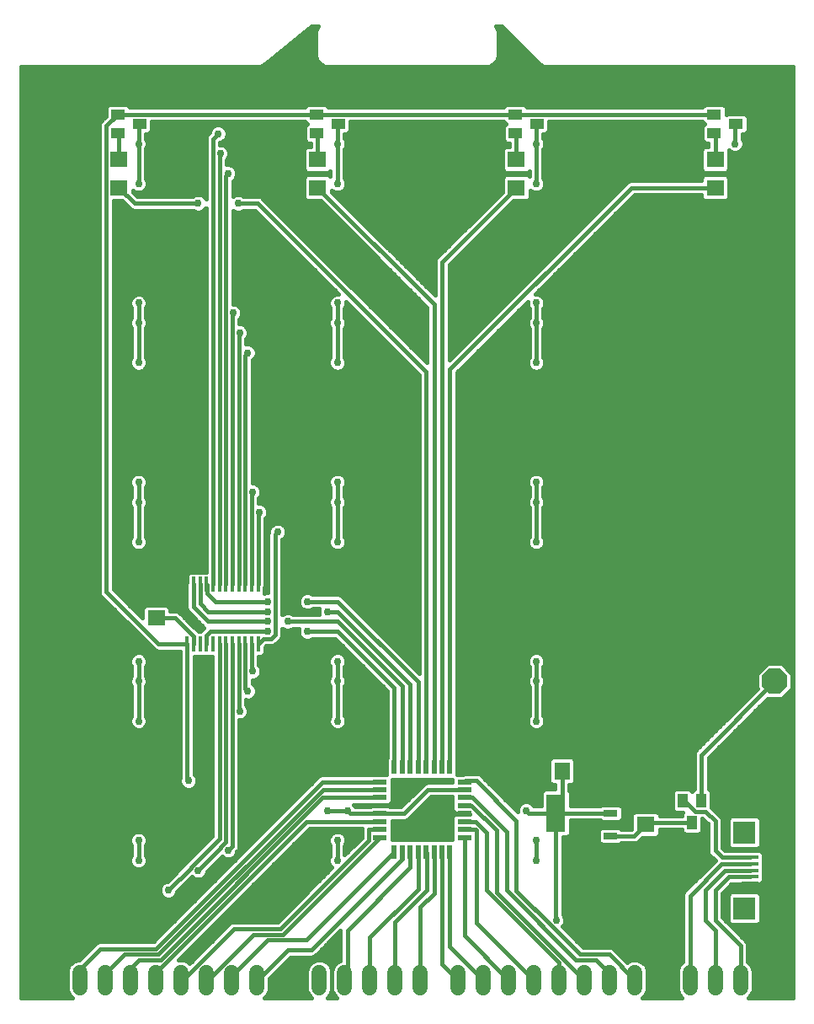
<source format=gbl>
G75*
%MOIN*%
%OFA0B0*%
%FSLAX25Y25*%
%IPPOS*%
%LPD*%
%AMOC8*
5,1,8,0,0,1.08239X$1,22.5*
%
%ADD10OC8,0.10000*%
%ADD11R,0.03937X0.05512*%
%ADD12R,0.05512X0.03937*%
%ADD13R,0.07098X0.06299*%
%ADD14C,0.06000*%
%ADD15R,0.01378X0.05906*%
%ADD16R,0.01181X0.05906*%
%ADD17R,0.07600X0.15000*%
%ADD18R,0.05600X0.02800*%
%ADD19R,0.06890X0.01575*%
%ADD20R,0.10000X0.10000*%
%ADD21R,0.09000X0.09000*%
%ADD22R,0.05800X0.02000*%
%ADD23R,0.02000X0.05800*%
%ADD24R,0.06299X0.07087*%
%ADD25R,0.07087X0.06299*%
%ADD26C,0.01600*%
%ADD27C,0.02978*%
D10*
X0328302Y0120623D03*
X0328302Y0144245D03*
D11*
X0299208Y0097001D03*
X0291728Y0097001D03*
X0295468Y0088340D03*
D12*
X0304287Y0360977D03*
X0304287Y0368458D03*
X0312948Y0364717D03*
X0234208Y0364717D03*
X0225547Y0360977D03*
X0225547Y0368458D03*
X0155468Y0364717D03*
X0146806Y0360977D03*
X0146806Y0368458D03*
X0076728Y0364717D03*
X0068066Y0360977D03*
X0068066Y0368458D03*
D13*
X0068460Y0350631D03*
X0068460Y0339434D03*
X0147200Y0339434D03*
X0147200Y0350631D03*
X0225940Y0350631D03*
X0225940Y0339434D03*
X0304680Y0339434D03*
X0304680Y0350631D03*
X0083421Y0180395D03*
X0083421Y0169198D03*
D14*
X0083145Y0029135D02*
X0083145Y0023135D01*
X0093145Y0023135D02*
X0093145Y0029135D01*
X0103145Y0029135D02*
X0103145Y0023135D01*
X0113145Y0023135D02*
X0113145Y0029135D01*
X0123145Y0029135D02*
X0123145Y0023135D01*
X0137948Y0023135D02*
X0137948Y0029135D01*
X0147948Y0029135D02*
X0147948Y0023135D01*
X0157948Y0023135D02*
X0157948Y0029135D01*
X0167948Y0029135D02*
X0167948Y0023135D01*
X0177948Y0023135D02*
X0177948Y0029135D01*
X0187948Y0029135D02*
X0187948Y0023135D01*
X0202751Y0023135D02*
X0202751Y0029135D01*
X0212751Y0029135D02*
X0212751Y0023135D01*
X0222751Y0023135D02*
X0222751Y0029135D01*
X0232751Y0029135D02*
X0232751Y0023135D01*
X0242751Y0023135D02*
X0242751Y0029135D01*
X0252751Y0029135D02*
X0252751Y0023135D01*
X0262751Y0023135D02*
X0262751Y0029135D01*
X0272751Y0029135D02*
X0272751Y0023135D01*
X0294680Y0023135D02*
X0294680Y0029135D01*
X0304680Y0029135D02*
X0304680Y0023135D01*
X0314680Y0023135D02*
X0314680Y0029135D01*
X0073145Y0029135D02*
X0073145Y0023135D01*
X0063145Y0023135D02*
X0063145Y0029135D01*
X0053145Y0029135D02*
X0053145Y0023135D01*
D15*
X0095547Y0158930D03*
X0098106Y0158930D03*
X0100665Y0158930D03*
X0103224Y0158930D03*
X0105783Y0158930D03*
X0108342Y0158930D03*
X0110901Y0158930D03*
X0113460Y0158930D03*
X0116019Y0158930D03*
X0118578Y0158930D03*
X0121137Y0158930D03*
X0123696Y0158930D03*
X0121137Y0182552D03*
X0118578Y0182552D03*
X0116019Y0182552D03*
X0113460Y0182552D03*
X0110901Y0182552D03*
X0108342Y0182552D03*
X0105783Y0182552D03*
X0103224Y0182552D03*
X0100665Y0182552D03*
X0098106Y0182552D03*
X0095547Y0182552D03*
D16*
X0123696Y0182552D03*
D17*
X0241610Y0092080D03*
D18*
X0263263Y0092080D03*
X0263263Y0101135D03*
X0263263Y0083025D03*
D19*
X0318361Y0074560D03*
X0318361Y0072001D03*
X0318361Y0069442D03*
X0318361Y0066883D03*
X0318361Y0064324D03*
D20*
X0329484Y0054777D03*
X0329484Y0084107D03*
D21*
X0316176Y0084442D03*
X0316176Y0054442D03*
D22*
X0205317Y0082497D03*
X0205317Y0085597D03*
X0205317Y0088797D03*
X0205317Y0091897D03*
X0205317Y0095097D03*
X0205317Y0098197D03*
X0205317Y0101397D03*
X0205317Y0104497D03*
X0171917Y0104497D03*
X0171917Y0101397D03*
X0171917Y0098197D03*
X0171917Y0095097D03*
X0171917Y0091897D03*
X0171917Y0088797D03*
X0171917Y0085597D03*
X0171917Y0082497D03*
D23*
X0177617Y0076797D03*
X0180717Y0076797D03*
X0183917Y0076797D03*
X0187017Y0076797D03*
X0190217Y0076797D03*
X0193317Y0076797D03*
X0196517Y0076797D03*
X0199617Y0076797D03*
X0199617Y0110197D03*
X0196517Y0110197D03*
X0193317Y0110197D03*
X0190217Y0110197D03*
X0187017Y0110197D03*
X0183917Y0110197D03*
X0180717Y0110197D03*
X0177617Y0110197D03*
D24*
X0244050Y0108812D03*
X0255074Y0108812D03*
D25*
X0277121Y0098576D03*
X0277121Y0087552D03*
D26*
X0029953Y0019124D02*
X0029953Y0387477D01*
X0123312Y0387477D01*
X0123997Y0387400D01*
X0124259Y0387477D01*
X0124533Y0387477D01*
X0125169Y0387740D01*
X0125831Y0387932D01*
X0126044Y0388103D01*
X0126297Y0388207D01*
X0126784Y0388694D01*
X0144947Y0403225D01*
X0147423Y0403225D01*
X0147068Y0402870D01*
X0146337Y0401105D01*
X0146337Y0391322D01*
X0147068Y0389558D01*
X0148418Y0388207D01*
X0150182Y0387477D01*
X0215084Y0387477D01*
X0216848Y0388207D01*
X0218198Y0389558D01*
X0218929Y0391322D01*
X0218929Y0401105D01*
X0218198Y0402870D01*
X0217843Y0403225D01*
X0220015Y0403225D01*
X0235032Y0388207D01*
X0236796Y0387477D01*
X0335313Y0387477D01*
X0335313Y0019124D01*
X0317740Y0019124D01*
X0318919Y0020303D01*
X0319680Y0022140D01*
X0319680Y0030129D01*
X0318919Y0031967D01*
X0317513Y0033374D01*
X0317480Y0033387D01*
X0317480Y0040314D01*
X0317054Y0041343D01*
X0307480Y0050917D01*
X0307480Y0060408D01*
X0311155Y0064083D01*
X0318918Y0064083D01*
X0318949Y0064095D01*
X0322635Y0064095D01*
X0323806Y0065267D01*
X0323806Y0076176D01*
X0322635Y0077347D01*
X0318949Y0077347D01*
X0318918Y0077360D01*
X0308596Y0077360D01*
X0307480Y0078476D01*
X0307480Y0089465D01*
X0307054Y0090494D01*
X0306266Y0091282D01*
X0303176Y0094372D01*
X0303176Y0100585D01*
X0302008Y0101754D01*
X0302008Y0113991D01*
X0325333Y0137315D01*
X0325403Y0137245D01*
X0331202Y0137245D01*
X0335302Y0141346D01*
X0335302Y0147145D01*
X0331202Y0151245D01*
X0325403Y0151245D01*
X0321302Y0147145D01*
X0321302Y0141346D01*
X0321373Y0141275D01*
X0297622Y0117524D01*
X0296834Y0116737D01*
X0296408Y0115708D01*
X0296408Y0101754D01*
X0295468Y0100814D01*
X0294525Y0101757D01*
X0288931Y0101757D01*
X0287759Y0100585D01*
X0287759Y0093417D01*
X0288931Y0092245D01*
X0291820Y0092245D01*
X0291499Y0091924D01*
X0291499Y0091140D01*
X0282665Y0091140D01*
X0282665Y0091530D01*
X0281493Y0092702D01*
X0272750Y0092702D01*
X0271578Y0091530D01*
X0271578Y0085969D01*
X0271434Y0085825D01*
X0267491Y0085825D01*
X0266891Y0086425D01*
X0259635Y0086425D01*
X0258463Y0085253D01*
X0258463Y0080796D01*
X0259635Y0079625D01*
X0266891Y0079625D01*
X0267491Y0080225D01*
X0273151Y0080225D01*
X0274180Y0080651D01*
X0275932Y0082403D01*
X0281493Y0082403D01*
X0282665Y0083574D01*
X0282665Y0085540D01*
X0291499Y0085540D01*
X0291499Y0084755D01*
X0292671Y0083584D01*
X0298265Y0083584D01*
X0299436Y0084755D01*
X0299436Y0090045D01*
X0299584Y0090045D01*
X0301880Y0087748D01*
X0301880Y0076759D01*
X0302307Y0075730D01*
X0304658Y0073379D01*
X0292307Y0061028D01*
X0291880Y0059999D01*
X0291880Y0033387D01*
X0291848Y0033374D01*
X0290442Y0031967D01*
X0289680Y0030129D01*
X0289680Y0022140D01*
X0290442Y0020303D01*
X0291620Y0019124D01*
X0275811Y0019124D01*
X0276990Y0020303D01*
X0277751Y0022140D01*
X0277751Y0030129D01*
X0276990Y0031967D01*
X0275584Y0033374D01*
X0273746Y0034135D01*
X0271757Y0034135D01*
X0269919Y0033374D01*
X0269696Y0033150D01*
X0265051Y0037795D01*
X0264263Y0038583D01*
X0263234Y0039009D01*
X0252459Y0039009D01*
X0244167Y0047301D01*
X0244646Y0047780D01*
X0245177Y0049063D01*
X0245177Y0050451D01*
X0244646Y0051733D01*
X0244410Y0051970D01*
X0244410Y0082580D01*
X0246238Y0082580D01*
X0247410Y0083751D01*
X0247410Y0089280D01*
X0259035Y0089280D01*
X0259635Y0088680D01*
X0266891Y0088680D01*
X0268063Y0089851D01*
X0268063Y0094308D01*
X0266891Y0095480D01*
X0259635Y0095480D01*
X0259035Y0094880D01*
X0247410Y0094880D01*
X0247410Y0100408D01*
X0246850Y0100967D01*
X0246850Y0103269D01*
X0248028Y0103269D01*
X0249200Y0104440D01*
X0249200Y0113184D01*
X0248028Y0114355D01*
X0240072Y0114355D01*
X0238901Y0113184D01*
X0238901Y0104440D01*
X0240072Y0103269D01*
X0241250Y0103269D01*
X0241250Y0101580D01*
X0236981Y0101580D01*
X0235810Y0100408D01*
X0235810Y0094880D01*
X0232902Y0094880D01*
X0232835Y0095040D01*
X0231854Y0096022D01*
X0230571Y0096553D01*
X0229183Y0096553D01*
X0227901Y0096022D01*
X0226919Y0095040D01*
X0226388Y0093758D01*
X0226388Y0092639D01*
X0211778Y0107249D01*
X0210749Y0107675D01*
X0205138Y0107675D01*
X0204709Y0107497D01*
X0202617Y0107497D01*
X0202617Y0113925D01*
X0202417Y0114125D01*
X0202417Y0266369D01*
X0230325Y0294277D01*
X0230325Y0293157D01*
X0230856Y0291875D01*
X0231014Y0291717D01*
X0231014Y0288111D01*
X0230856Y0287954D01*
X0230325Y0286671D01*
X0230325Y0285283D01*
X0230856Y0284001D01*
X0231014Y0283843D01*
X0231014Y0272363D01*
X0230856Y0272206D01*
X0230325Y0270923D01*
X0230325Y0269535D01*
X0230856Y0268253D01*
X0231838Y0267271D01*
X0233120Y0266740D01*
X0234508Y0266740D01*
X0235791Y0267271D01*
X0236772Y0268253D01*
X0237303Y0269535D01*
X0237303Y0270923D01*
X0236772Y0272206D01*
X0236614Y0272363D01*
X0236614Y0283843D01*
X0236772Y0284001D01*
X0237303Y0285283D01*
X0237303Y0286671D01*
X0236772Y0287954D01*
X0236614Y0288111D01*
X0236614Y0291717D01*
X0236772Y0291875D01*
X0237303Y0293157D01*
X0237303Y0294545D01*
X0236772Y0295828D01*
X0235791Y0296809D01*
X0234508Y0297340D01*
X0233389Y0297340D01*
X0272683Y0336634D01*
X0299131Y0336634D01*
X0299131Y0335456D01*
X0300303Y0334284D01*
X0309058Y0334284D01*
X0310230Y0335456D01*
X0310230Y0343412D01*
X0309058Y0344584D01*
X0300303Y0344584D01*
X0299131Y0343412D01*
X0299131Y0342234D01*
X0270966Y0342234D01*
X0269937Y0341808D01*
X0199317Y0271188D01*
X0199317Y0308851D01*
X0224750Y0334284D01*
X0230318Y0334284D01*
X0231489Y0335456D01*
X0231489Y0338486D01*
X0231838Y0338138D01*
X0233120Y0337606D01*
X0234508Y0337606D01*
X0235791Y0338138D01*
X0236772Y0339119D01*
X0237303Y0340401D01*
X0237303Y0341789D01*
X0236772Y0343072D01*
X0236614Y0343230D01*
X0236614Y0354709D01*
X0236772Y0354867D01*
X0237303Y0356149D01*
X0237303Y0357537D01*
X0236772Y0358820D01*
X0236614Y0358978D01*
X0236614Y0360749D01*
X0237792Y0360749D01*
X0238964Y0361921D01*
X0238964Y0365658D01*
X0299534Y0365658D01*
X0300474Y0364717D01*
X0299531Y0363774D01*
X0299531Y0358180D01*
X0300702Y0357009D01*
X0301880Y0357009D01*
X0301880Y0355780D01*
X0300303Y0355780D01*
X0299131Y0354609D01*
X0299131Y0346653D01*
X0300303Y0345481D01*
X0309058Y0345481D01*
X0310230Y0346653D01*
X0310230Y0354234D01*
X0310578Y0353886D01*
X0311860Y0353354D01*
X0313248Y0353354D01*
X0314531Y0353886D01*
X0315512Y0354867D01*
X0316043Y0356149D01*
X0316043Y0357537D01*
X0315512Y0358820D01*
X0315354Y0358978D01*
X0315354Y0360749D01*
X0316532Y0360749D01*
X0317704Y0361921D01*
X0317704Y0367514D01*
X0316532Y0368686D01*
X0309364Y0368686D01*
X0309043Y0368365D01*
X0309043Y0371255D01*
X0307871Y0372426D01*
X0300702Y0372426D01*
X0299534Y0371258D01*
X0230299Y0371258D01*
X0229131Y0372426D01*
X0221962Y0372426D01*
X0220794Y0371258D01*
X0151559Y0371258D01*
X0150391Y0372426D01*
X0143222Y0372426D01*
X0142054Y0371258D01*
X0072819Y0371258D01*
X0071651Y0372426D01*
X0064482Y0372426D01*
X0063310Y0371255D01*
X0063310Y0367662D01*
X0061925Y0366276D01*
X0061137Y0365488D01*
X0060711Y0364459D01*
X0060711Y0179121D01*
X0061137Y0178092D01*
X0082673Y0156556D01*
X0083702Y0156130D01*
X0092747Y0156130D01*
X0092747Y0106092D01*
X0092530Y0105569D01*
X0092530Y0104181D01*
X0093061Y0102899D01*
X0094043Y0101917D01*
X0095325Y0101386D01*
X0096713Y0101386D01*
X0097995Y0101917D01*
X0098977Y0102899D01*
X0099508Y0104181D01*
X0099508Y0105569D01*
X0098977Y0106851D01*
X0098347Y0107482D01*
X0098347Y0153977D01*
X0105542Y0153977D01*
X0105542Y0083073D01*
X0095481Y0073012D01*
X0094693Y0072225D01*
X0094588Y0071971D01*
X0087674Y0065057D01*
X0087451Y0065057D01*
X0086169Y0064526D01*
X0085187Y0063544D01*
X0084656Y0062262D01*
X0084656Y0060874D01*
X0085187Y0059592D01*
X0086169Y0058610D01*
X0087451Y0058079D01*
X0088839Y0058079D01*
X0090121Y0058610D01*
X0091103Y0059592D01*
X0091634Y0060874D01*
X0091634Y0061097D01*
X0097500Y0066963D01*
X0097980Y0066484D01*
X0099262Y0065953D01*
X0100650Y0065953D01*
X0101932Y0066484D01*
X0102914Y0067466D01*
X0103445Y0068748D01*
X0103445Y0068971D01*
X0109322Y0074848D01*
X0109791Y0074380D01*
X0111073Y0073849D01*
X0112461Y0073849D01*
X0113743Y0074380D01*
X0114725Y0075362D01*
X0115256Y0076644D01*
X0115256Y0076867D01*
X0115834Y0077445D01*
X0116260Y0078474D01*
X0116260Y0128945D01*
X0117043Y0128945D01*
X0118325Y0129476D01*
X0119307Y0130458D01*
X0119838Y0131740D01*
X0119838Y0133128D01*
X0119307Y0134410D01*
X0118819Y0134898D01*
X0118819Y0136872D01*
X0118947Y0136819D01*
X0120335Y0136819D01*
X0121617Y0137350D01*
X0122599Y0138332D01*
X0123130Y0139614D01*
X0123130Y0141002D01*
X0122599Y0142284D01*
X0121617Y0143266D01*
X0121378Y0143365D01*
X0121378Y0144715D01*
X0122161Y0144715D01*
X0123443Y0145246D01*
X0124425Y0146228D01*
X0124956Y0147510D01*
X0124956Y0148898D01*
X0124425Y0150180D01*
X0123937Y0150668D01*
X0123937Y0153977D01*
X0125214Y0153977D01*
X0126385Y0155149D01*
X0126385Y0157659D01*
X0126967Y0158241D01*
X0129269Y0158241D01*
X0130298Y0158667D01*
X0131085Y0159455D01*
X0131990Y0160360D01*
X0132778Y0161147D01*
X0133204Y0162176D01*
X0133204Y0165118D01*
X0133413Y0164909D01*
X0134695Y0164378D01*
X0136083Y0164378D01*
X0137365Y0164909D01*
X0137523Y0165067D01*
X0139914Y0165067D01*
X0139700Y0164550D01*
X0139700Y0163162D01*
X0140231Y0161879D01*
X0141212Y0160898D01*
X0142495Y0160367D01*
X0143883Y0160367D01*
X0145165Y0160898D01*
X0145397Y0161130D01*
X0154063Y0161130D01*
X0174817Y0140376D01*
X0174817Y0114125D01*
X0174617Y0113925D01*
X0174617Y0107497D01*
X0168189Y0107497D01*
X0167989Y0107297D01*
X0148742Y0107297D01*
X0147713Y0106871D01*
X0082051Y0041209D01*
X0060492Y0041209D01*
X0059463Y0040783D01*
X0052815Y0034135D01*
X0052150Y0034135D01*
X0050313Y0033374D01*
X0048906Y0031967D01*
X0048145Y0030129D01*
X0048145Y0022140D01*
X0048906Y0020303D01*
X0050085Y0019124D01*
X0029953Y0019124D01*
X0029953Y0020718D02*
X0048734Y0020718D01*
X0048145Y0022316D02*
X0029953Y0022316D01*
X0029953Y0023915D02*
X0048145Y0023915D01*
X0048145Y0025513D02*
X0029953Y0025513D01*
X0029953Y0027112D02*
X0048145Y0027112D01*
X0048145Y0028710D02*
X0029953Y0028710D01*
X0029953Y0030309D02*
X0048219Y0030309D01*
X0048881Y0031907D02*
X0029953Y0031907D01*
X0029953Y0033506D02*
X0050632Y0033506D01*
X0053785Y0035104D02*
X0029953Y0035104D01*
X0029953Y0036703D02*
X0055383Y0036703D01*
X0056982Y0038301D02*
X0029953Y0038301D01*
X0029953Y0039900D02*
X0058580Y0039900D01*
X0061049Y0038409D02*
X0053145Y0030505D01*
X0053145Y0026135D01*
X0063145Y0026135D02*
X0063145Y0028694D01*
X0070660Y0036209D01*
X0084122Y0036209D01*
X0149311Y0101397D01*
X0171917Y0101397D01*
X0171917Y0104497D02*
X0149299Y0104497D01*
X0083211Y0038409D01*
X0061049Y0038409D01*
X0073145Y0030820D02*
X0073145Y0026135D01*
X0073145Y0030820D02*
X0076334Y0034009D01*
X0085034Y0034009D01*
X0149222Y0098197D01*
X0171917Y0098197D01*
X0168189Y0095197D02*
X0167989Y0095397D01*
X0161612Y0095397D01*
X0161969Y0095040D01*
X0162111Y0094697D01*
X0167989Y0094697D01*
X0168189Y0094897D01*
X0175646Y0094897D01*
X0175846Y0094697D01*
X0180306Y0094697D01*
X0189380Y0103771D01*
X0190409Y0104197D01*
X0200417Y0104197D01*
X0200417Y0105297D01*
X0176817Y0105297D01*
X0176817Y0096369D01*
X0175646Y0095197D01*
X0168189Y0095197D01*
X0171917Y0091897D02*
X0160178Y0091897D01*
X0159011Y0093064D01*
X0151137Y0093064D01*
X0154380Y0084742D02*
X0153098Y0084211D01*
X0152116Y0083229D01*
X0151585Y0081947D01*
X0151585Y0080559D01*
X0152116Y0079277D01*
X0152274Y0079119D01*
X0152274Y0075513D01*
X0152116Y0075355D01*
X0151585Y0074073D01*
X0151585Y0072685D01*
X0152116Y0071403D01*
X0152934Y0070585D01*
X0131432Y0049083D01*
X0113513Y0049083D01*
X0112484Y0048657D01*
X0096589Y0032762D01*
X0095977Y0033374D01*
X0094140Y0034135D01*
X0092231Y0034135D01*
X0144093Y0085997D01*
X0164817Y0085997D01*
X0164817Y0082468D01*
X0157874Y0075525D01*
X0157874Y0079119D01*
X0158032Y0079277D01*
X0158563Y0080559D01*
X0158563Y0081947D01*
X0158032Y0083229D01*
X0157050Y0084211D01*
X0155768Y0084742D01*
X0154380Y0084742D01*
X0154178Y0084658D02*
X0142754Y0084658D01*
X0141156Y0083060D02*
X0152046Y0083060D01*
X0151585Y0081461D02*
X0139557Y0081461D01*
X0137959Y0079863D02*
X0151873Y0079863D01*
X0152274Y0078264D02*
X0136360Y0078264D01*
X0134762Y0076666D02*
X0152274Y0076666D01*
X0151997Y0075067D02*
X0133163Y0075067D01*
X0131565Y0073469D02*
X0151585Y0073469D01*
X0151923Y0071870D02*
X0129966Y0071870D01*
X0128368Y0070272D02*
X0152621Y0070272D01*
X0151022Y0068673D02*
X0126769Y0068673D01*
X0125171Y0067075D02*
X0149424Y0067075D01*
X0147825Y0065476D02*
X0123572Y0065476D01*
X0121974Y0063878D02*
X0146227Y0063878D01*
X0144628Y0062279D02*
X0120375Y0062279D01*
X0118777Y0060681D02*
X0143030Y0060681D01*
X0141431Y0059082D02*
X0117178Y0059082D01*
X0115580Y0057484D02*
X0139833Y0057484D01*
X0138234Y0055885D02*
X0113981Y0055885D01*
X0112382Y0054287D02*
X0136636Y0054287D01*
X0135037Y0052688D02*
X0110784Y0052688D01*
X0109185Y0051090D02*
X0133439Y0051090D01*
X0131840Y0049491D02*
X0107587Y0049491D01*
X0105988Y0047893D02*
X0111720Y0047893D01*
X0110122Y0046294D02*
X0104390Y0046294D01*
X0102791Y0044695D02*
X0108523Y0044695D01*
X0106925Y0043097D02*
X0101193Y0043097D01*
X0099594Y0041498D02*
X0105326Y0041498D01*
X0103728Y0039900D02*
X0097996Y0039900D01*
X0096397Y0038301D02*
X0102129Y0038301D01*
X0100531Y0036703D02*
X0094799Y0036703D01*
X0093200Y0035104D02*
X0098932Y0035104D01*
X0097334Y0033506D02*
X0095658Y0033506D01*
X0093922Y0026135D02*
X0114070Y0046283D01*
X0132592Y0046283D01*
X0167617Y0081308D01*
X0167617Y0085597D01*
X0171917Y0085597D01*
X0171917Y0082497D02*
X0133503Y0044083D01*
X0121870Y0044083D01*
X0103922Y0026135D01*
X0103145Y0026135D01*
X0113145Y0026135D02*
X0113145Y0027513D01*
X0127515Y0041883D01*
X0142703Y0041883D01*
X0177617Y0076797D01*
X0180717Y0076797D02*
X0180717Y0074017D01*
X0144646Y0037946D01*
X0135389Y0037946D01*
X0123578Y0026135D01*
X0123145Y0026135D01*
X0128145Y0026742D02*
X0136549Y0035146D01*
X0145203Y0035146D01*
X0146232Y0035572D01*
X0147020Y0036360D01*
X0156211Y0045551D01*
X0156211Y0033827D01*
X0155116Y0033374D01*
X0153709Y0031967D01*
X0152948Y0030129D01*
X0152187Y0031967D01*
X0150780Y0033374D01*
X0148943Y0034135D01*
X0146954Y0034135D01*
X0145116Y0033374D01*
X0143709Y0031967D01*
X0142948Y0030129D01*
X0142948Y0022140D01*
X0143709Y0020303D01*
X0144888Y0019124D01*
X0126205Y0019124D01*
X0127384Y0020303D01*
X0128145Y0022140D01*
X0128145Y0026742D01*
X0128515Y0027112D02*
X0142948Y0027112D01*
X0142948Y0028710D02*
X0130113Y0028710D01*
X0131712Y0030309D02*
X0143022Y0030309D01*
X0143685Y0031907D02*
X0133310Y0031907D01*
X0134909Y0033506D02*
X0145435Y0033506D01*
X0147020Y0036360D02*
X0147020Y0036360D01*
X0147363Y0036703D02*
X0156211Y0036703D01*
X0156211Y0038301D02*
X0148962Y0038301D01*
X0150560Y0039900D02*
X0156211Y0039900D01*
X0156211Y0041498D02*
X0152159Y0041498D01*
X0153757Y0043097D02*
X0156211Y0043097D01*
X0156211Y0044695D02*
X0155356Y0044695D01*
X0159011Y0045820D02*
X0159011Y0027198D01*
X0157948Y0026135D01*
X0153709Y0020303D02*
X0154888Y0019124D01*
X0151008Y0019124D01*
X0152187Y0020303D01*
X0152948Y0022140D01*
X0152948Y0030129D01*
X0152948Y0022140D01*
X0153709Y0020303D01*
X0153537Y0020718D02*
X0152359Y0020718D01*
X0152948Y0022316D02*
X0152948Y0022316D01*
X0152948Y0023915D02*
X0152948Y0023915D01*
X0152948Y0025513D02*
X0152948Y0025513D01*
X0152948Y0027112D02*
X0152948Y0027112D01*
X0152948Y0028710D02*
X0152948Y0028710D01*
X0152874Y0030309D02*
X0153022Y0030309D01*
X0153685Y0031907D02*
X0152212Y0031907D01*
X0150461Y0033506D02*
X0155435Y0033506D01*
X0156211Y0035104D02*
X0136507Y0035104D01*
X0142948Y0025513D02*
X0128145Y0025513D01*
X0128145Y0023915D02*
X0142948Y0023915D01*
X0142948Y0022316D02*
X0128145Y0022316D01*
X0127556Y0020718D02*
X0143537Y0020718D01*
X0167948Y0026135D02*
X0167948Y0042946D01*
X0187017Y0062015D01*
X0187017Y0076797D01*
X0183917Y0076797D02*
X0183917Y0070726D01*
X0159011Y0045820D01*
X0177948Y0049009D02*
X0177948Y0026135D01*
X0187948Y0026135D02*
X0187948Y0055072D01*
X0193317Y0060441D01*
X0193317Y0076797D01*
X0190507Y0076507D02*
X0190217Y0076797D01*
X0190507Y0076507D02*
X0190507Y0061568D01*
X0177948Y0049009D01*
X0196517Y0032369D02*
X0202751Y0026135D01*
X0196517Y0032369D02*
X0196517Y0076797D01*
X0199617Y0076797D02*
X0199617Y0039269D01*
X0212751Y0026135D01*
X0222751Y0026135D02*
X0205317Y0043569D01*
X0205317Y0082497D01*
X0205317Y0085597D02*
X0209785Y0085597D01*
X0210192Y0085190D01*
X0210192Y0048694D01*
X0232751Y0026135D01*
X0242751Y0026135D02*
X0242751Y0032946D01*
X0214129Y0061568D01*
X0214129Y0084364D01*
X0209696Y0088797D01*
X0205317Y0088797D01*
X0207499Y0091797D02*
X0201589Y0091797D01*
X0200417Y0090625D01*
X0200417Y0081697D01*
X0176817Y0081697D01*
X0176817Y0089097D01*
X0182023Y0089097D01*
X0183052Y0089523D01*
X0192126Y0098597D01*
X0200417Y0098597D01*
X0200417Y0093269D01*
X0201589Y0092097D01*
X0207199Y0092097D01*
X0207499Y0091797D01*
X0208159Y0095097D02*
X0218066Y0085190D01*
X0218066Y0061568D01*
X0218066Y0060820D01*
X0252751Y0026135D01*
X0249562Y0034009D02*
X0257436Y0034009D01*
X0262751Y0028694D01*
X0262751Y0026135D01*
X0269340Y0033506D02*
X0270238Y0033506D01*
X0267741Y0035104D02*
X0291880Y0035104D01*
X0291880Y0033506D02*
X0275264Y0033506D01*
X0277015Y0031907D02*
X0290417Y0031907D01*
X0289755Y0030309D02*
X0277677Y0030309D01*
X0277751Y0028710D02*
X0289680Y0028710D01*
X0289680Y0027112D02*
X0277751Y0027112D01*
X0277751Y0025513D02*
X0289680Y0025513D01*
X0289680Y0023915D02*
X0277751Y0023915D01*
X0277751Y0022316D02*
X0289680Y0022316D01*
X0290270Y0020718D02*
X0277162Y0020718D01*
X0272751Y0026135D02*
X0262677Y0036209D01*
X0251299Y0036209D01*
X0240640Y0046868D01*
X0240492Y0046868D01*
X0225940Y0061419D01*
X0225940Y0089127D01*
X0210192Y0104875D01*
X0205695Y0104875D01*
X0205317Y0104497D01*
X0205317Y0101397D02*
X0190966Y0101397D01*
X0181466Y0091897D01*
X0171917Y0091897D01*
X0171917Y0088797D02*
X0142933Y0088797D01*
X0083145Y0029009D01*
X0083145Y0026135D01*
X0093145Y0026135D02*
X0093922Y0026135D01*
X0082341Y0041498D02*
X0029953Y0041498D01*
X0029953Y0043097D02*
X0083939Y0043097D01*
X0085538Y0044695D02*
X0029953Y0044695D01*
X0029953Y0046294D02*
X0087136Y0046294D01*
X0088735Y0047893D02*
X0029953Y0047893D01*
X0029953Y0049491D02*
X0090333Y0049491D01*
X0091932Y0051090D02*
X0029953Y0051090D01*
X0029953Y0052688D02*
X0093531Y0052688D01*
X0095129Y0054287D02*
X0029953Y0054287D01*
X0029953Y0055885D02*
X0096728Y0055885D01*
X0098326Y0057484D02*
X0029953Y0057484D01*
X0029953Y0059082D02*
X0085697Y0059082D01*
X0084736Y0060681D02*
X0029953Y0060681D01*
X0029953Y0062279D02*
X0084663Y0062279D01*
X0085521Y0063878D02*
X0029953Y0063878D01*
X0029953Y0065476D02*
X0088093Y0065476D01*
X0089692Y0067075D02*
X0029953Y0067075D01*
X0029953Y0068673D02*
X0091290Y0068673D01*
X0092889Y0070272D02*
X0077950Y0070272D01*
X0078310Y0070421D02*
X0079292Y0071403D01*
X0079823Y0072685D01*
X0079823Y0074073D01*
X0079292Y0075355D01*
X0079134Y0075513D01*
X0079134Y0079119D01*
X0079292Y0079277D01*
X0079823Y0080559D01*
X0079823Y0081947D01*
X0079292Y0083229D01*
X0078310Y0084211D01*
X0077028Y0084742D01*
X0075640Y0084742D01*
X0074358Y0084211D01*
X0073376Y0083229D01*
X0072845Y0081947D01*
X0072845Y0080559D01*
X0073376Y0079277D01*
X0073534Y0079119D01*
X0073534Y0075513D01*
X0073376Y0075355D01*
X0072845Y0074073D01*
X0072845Y0072685D01*
X0073376Y0071403D01*
X0074358Y0070421D01*
X0075640Y0069890D01*
X0077028Y0069890D01*
X0078310Y0070421D01*
X0079485Y0071870D02*
X0094487Y0071870D01*
X0095481Y0073012D02*
X0095481Y0073012D01*
X0095937Y0073469D02*
X0079823Y0073469D01*
X0079411Y0075067D02*
X0097536Y0075067D01*
X0099134Y0076666D02*
X0079134Y0076666D01*
X0079134Y0078264D02*
X0100733Y0078264D01*
X0102331Y0079863D02*
X0079535Y0079863D01*
X0079823Y0081461D02*
X0103930Y0081461D01*
X0105528Y0083060D02*
X0079362Y0083060D01*
X0077230Y0084658D02*
X0105542Y0084658D01*
X0105542Y0086257D02*
X0029953Y0086257D01*
X0029953Y0087855D02*
X0105542Y0087855D01*
X0105542Y0089454D02*
X0029953Y0089454D01*
X0029953Y0091052D02*
X0105542Y0091052D01*
X0105542Y0092651D02*
X0029953Y0092651D01*
X0029953Y0094249D02*
X0105542Y0094249D01*
X0105542Y0095848D02*
X0029953Y0095848D01*
X0029953Y0097446D02*
X0105542Y0097446D01*
X0105542Y0099045D02*
X0029953Y0099045D01*
X0029953Y0100643D02*
X0105542Y0100643D01*
X0105542Y0102242D02*
X0098320Y0102242D01*
X0099367Y0103840D02*
X0105542Y0103840D01*
X0105542Y0105439D02*
X0099508Y0105439D01*
X0098791Y0107037D02*
X0105542Y0107037D01*
X0105542Y0108636D02*
X0098347Y0108636D01*
X0098347Y0110234D02*
X0105542Y0110234D01*
X0105542Y0111833D02*
X0098347Y0111833D01*
X0098347Y0113431D02*
X0105542Y0113431D01*
X0105542Y0115030D02*
X0098347Y0115030D01*
X0098347Y0116629D02*
X0105542Y0116629D01*
X0105542Y0118227D02*
X0098347Y0118227D01*
X0098347Y0119826D02*
X0105542Y0119826D01*
X0105542Y0121424D02*
X0098347Y0121424D01*
X0098347Y0123023D02*
X0105542Y0123023D01*
X0105542Y0124621D02*
X0098347Y0124621D01*
X0098347Y0126220D02*
X0105542Y0126220D01*
X0105542Y0127818D02*
X0098347Y0127818D01*
X0098347Y0129417D02*
X0105542Y0129417D01*
X0105542Y0131015D02*
X0098347Y0131015D01*
X0098347Y0132614D02*
X0105542Y0132614D01*
X0105542Y0134212D02*
X0098347Y0134212D01*
X0098347Y0135811D02*
X0105542Y0135811D01*
X0105542Y0137409D02*
X0098347Y0137409D01*
X0098347Y0139008D02*
X0105542Y0139008D01*
X0105542Y0140606D02*
X0098347Y0140606D01*
X0098347Y0142205D02*
X0105542Y0142205D01*
X0105542Y0143803D02*
X0098347Y0143803D01*
X0098347Y0145402D02*
X0105542Y0145402D01*
X0105542Y0147000D02*
X0098347Y0147000D01*
X0098347Y0148599D02*
X0105542Y0148599D01*
X0105542Y0150197D02*
X0098347Y0150197D01*
X0098347Y0151796D02*
X0105542Y0151796D01*
X0105542Y0153394D02*
X0098347Y0153394D01*
X0092747Y0153394D02*
X0079582Y0153394D01*
X0079823Y0152813D02*
X0079292Y0154095D01*
X0078310Y0155077D01*
X0077028Y0155608D01*
X0075640Y0155608D01*
X0074358Y0155077D01*
X0073376Y0154095D01*
X0072845Y0152813D01*
X0072845Y0151425D01*
X0073376Y0150143D01*
X0073534Y0149985D01*
X0073534Y0146379D01*
X0073376Y0146221D01*
X0072845Y0144939D01*
X0072845Y0143551D01*
X0073376Y0142269D01*
X0073534Y0142111D01*
X0073534Y0130631D01*
X0073376Y0130473D01*
X0072845Y0129191D01*
X0072845Y0127803D01*
X0073376Y0126521D01*
X0074358Y0125539D01*
X0075640Y0125008D01*
X0077028Y0125008D01*
X0078310Y0125539D01*
X0079292Y0126521D01*
X0079823Y0127803D01*
X0079823Y0129191D01*
X0079292Y0130473D01*
X0079134Y0130631D01*
X0079134Y0142111D01*
X0079292Y0142269D01*
X0079823Y0143551D01*
X0079823Y0144939D01*
X0079292Y0146221D01*
X0079134Y0146379D01*
X0079134Y0149985D01*
X0079292Y0150143D01*
X0079823Y0151425D01*
X0079823Y0152813D01*
X0079823Y0151796D02*
X0092747Y0151796D01*
X0092747Y0150197D02*
X0079314Y0150197D01*
X0079134Y0148599D02*
X0092747Y0148599D01*
X0092747Y0147000D02*
X0079134Y0147000D01*
X0079631Y0145402D02*
X0092747Y0145402D01*
X0092747Y0143803D02*
X0079823Y0143803D01*
X0079228Y0142205D02*
X0092747Y0142205D01*
X0092747Y0140606D02*
X0079134Y0140606D01*
X0079134Y0139008D02*
X0092747Y0139008D01*
X0092747Y0137409D02*
X0079134Y0137409D01*
X0079134Y0135811D02*
X0092747Y0135811D01*
X0092747Y0134212D02*
X0079134Y0134212D01*
X0079134Y0132614D02*
X0092747Y0132614D01*
X0092747Y0131015D02*
X0079134Y0131015D01*
X0079729Y0129417D02*
X0092747Y0129417D01*
X0092747Y0127818D02*
X0079823Y0127818D01*
X0078991Y0126220D02*
X0092747Y0126220D01*
X0092747Y0124621D02*
X0029953Y0124621D01*
X0029953Y0123023D02*
X0092747Y0123023D01*
X0092747Y0121424D02*
X0029953Y0121424D01*
X0029953Y0119826D02*
X0092747Y0119826D01*
X0092747Y0118227D02*
X0029953Y0118227D01*
X0029953Y0116629D02*
X0092747Y0116629D01*
X0092747Y0115030D02*
X0029953Y0115030D01*
X0029953Y0113431D02*
X0092747Y0113431D01*
X0092747Y0111833D02*
X0029953Y0111833D01*
X0029953Y0110234D02*
X0092747Y0110234D01*
X0092747Y0108636D02*
X0029953Y0108636D01*
X0029953Y0107037D02*
X0092747Y0107037D01*
X0092530Y0105439D02*
X0029953Y0105439D01*
X0029953Y0103840D02*
X0092671Y0103840D01*
X0093718Y0102242D02*
X0029953Y0102242D01*
X0029953Y0084658D02*
X0075438Y0084658D01*
X0073306Y0083060D02*
X0029953Y0083060D01*
X0029953Y0081461D02*
X0072845Y0081461D01*
X0073133Y0079863D02*
X0029953Y0079863D01*
X0029953Y0078264D02*
X0073534Y0078264D01*
X0073534Y0076666D02*
X0029953Y0076666D01*
X0029953Y0075067D02*
X0073257Y0075067D01*
X0072845Y0073469D02*
X0029953Y0073469D01*
X0029953Y0071870D02*
X0073182Y0071870D01*
X0074718Y0070272D02*
X0029953Y0070272D01*
X0076334Y0073379D02*
X0076334Y0081253D01*
X0088145Y0061568D02*
X0097067Y0070490D01*
X0097067Y0070639D01*
X0108342Y0081913D01*
X0108342Y0158930D01*
X0110901Y0158930D02*
X0110901Y0085190D01*
X0110901Y0084494D01*
X0110901Y0080557D01*
X0108878Y0078535D01*
X0108878Y0078364D01*
X0099956Y0069442D01*
X0102523Y0067075D02*
X0107917Y0067075D01*
X0109516Y0068673D02*
X0103414Y0068673D01*
X0104746Y0070272D02*
X0111114Y0070272D01*
X0112713Y0071870D02*
X0106344Y0071870D01*
X0107943Y0073469D02*
X0114311Y0073469D01*
X0114430Y0075067D02*
X0115910Y0075067D01*
X0115256Y0076666D02*
X0117508Y0076666D01*
X0116173Y0078264D02*
X0119107Y0078264D01*
X0120705Y0079863D02*
X0116260Y0079863D01*
X0116260Y0081461D02*
X0122304Y0081461D01*
X0123902Y0083060D02*
X0116260Y0083060D01*
X0116260Y0084658D02*
X0125501Y0084658D01*
X0127099Y0086257D02*
X0116260Y0086257D01*
X0116260Y0087855D02*
X0128698Y0087855D01*
X0130296Y0089454D02*
X0116260Y0089454D01*
X0116260Y0091052D02*
X0131895Y0091052D01*
X0133493Y0092651D02*
X0116260Y0092651D01*
X0116260Y0094249D02*
X0135092Y0094249D01*
X0136690Y0095848D02*
X0116260Y0095848D01*
X0116260Y0097446D02*
X0138289Y0097446D01*
X0139887Y0099045D02*
X0116260Y0099045D01*
X0116260Y0100643D02*
X0141486Y0100643D01*
X0143084Y0102242D02*
X0116260Y0102242D01*
X0116260Y0103840D02*
X0144683Y0103840D01*
X0146281Y0105439D02*
X0116260Y0105439D01*
X0116260Y0107037D02*
X0148116Y0107037D01*
X0154380Y0125008D02*
X0153098Y0125539D01*
X0152116Y0126521D01*
X0151585Y0127803D01*
X0151585Y0129191D01*
X0152116Y0130473D01*
X0152274Y0130631D01*
X0152274Y0142111D01*
X0152116Y0142269D01*
X0151585Y0143551D01*
X0151585Y0144939D01*
X0152116Y0146221D01*
X0152274Y0146379D01*
X0152274Y0149985D01*
X0152116Y0150143D01*
X0151585Y0151425D01*
X0151585Y0152813D01*
X0152116Y0154095D01*
X0153098Y0155077D01*
X0154380Y0155608D01*
X0155768Y0155608D01*
X0157050Y0155077D01*
X0158032Y0154095D01*
X0158563Y0152813D01*
X0158563Y0151425D01*
X0158032Y0150143D01*
X0157874Y0149985D01*
X0157874Y0146379D01*
X0158032Y0146221D01*
X0158563Y0144939D01*
X0158563Y0143551D01*
X0158032Y0142269D01*
X0157874Y0142111D01*
X0157874Y0130631D01*
X0158032Y0130473D01*
X0158563Y0129191D01*
X0158563Y0127803D01*
X0158032Y0126521D01*
X0157050Y0125539D01*
X0155768Y0125008D01*
X0154380Y0125008D01*
X0152417Y0126220D02*
X0116260Y0126220D01*
X0116260Y0127818D02*
X0151585Y0127818D01*
X0151679Y0129417D02*
X0118181Y0129417D01*
X0119538Y0131015D02*
X0152274Y0131015D01*
X0152274Y0132614D02*
X0119838Y0132614D01*
X0119389Y0134212D02*
X0152274Y0134212D01*
X0152274Y0135811D02*
X0118819Y0135811D01*
X0121676Y0137409D02*
X0152274Y0137409D01*
X0152274Y0139008D02*
X0122879Y0139008D01*
X0123130Y0140606D02*
X0152274Y0140606D01*
X0152180Y0142205D02*
X0122632Y0142205D01*
X0121378Y0143803D02*
X0151585Y0143803D01*
X0151777Y0145402D02*
X0123599Y0145402D01*
X0124745Y0147000D02*
X0152274Y0147000D01*
X0152274Y0148599D02*
X0124956Y0148599D01*
X0124408Y0150197D02*
X0152094Y0150197D01*
X0151585Y0151796D02*
X0123937Y0151796D01*
X0123937Y0153394D02*
X0151826Y0153394D01*
X0153014Y0154993D02*
X0126229Y0154993D01*
X0126385Y0156591D02*
X0158602Y0156591D01*
X0157135Y0154993D02*
X0160200Y0154993D01*
X0161799Y0153394D02*
X0158322Y0153394D01*
X0158563Y0151796D02*
X0163397Y0151796D01*
X0164996Y0150197D02*
X0158054Y0150197D01*
X0157874Y0148599D02*
X0166594Y0148599D01*
X0168193Y0147000D02*
X0157874Y0147000D01*
X0158371Y0145402D02*
X0169791Y0145402D01*
X0171390Y0143803D02*
X0158563Y0143803D01*
X0157968Y0142205D02*
X0172988Y0142205D01*
X0174587Y0140606D02*
X0157874Y0140606D01*
X0157874Y0139008D02*
X0174817Y0139008D01*
X0174817Y0137409D02*
X0157874Y0137409D01*
X0157874Y0135811D02*
X0174817Y0135811D01*
X0174817Y0134212D02*
X0157874Y0134212D01*
X0157874Y0132614D02*
X0174817Y0132614D01*
X0174817Y0131015D02*
X0157874Y0131015D01*
X0158470Y0129417D02*
X0174817Y0129417D01*
X0174817Y0127818D02*
X0158563Y0127818D01*
X0157731Y0126220D02*
X0174817Y0126220D01*
X0174817Y0124621D02*
X0116260Y0124621D01*
X0116260Y0123023D02*
X0174817Y0123023D01*
X0174817Y0121424D02*
X0116260Y0121424D01*
X0116260Y0119826D02*
X0174817Y0119826D01*
X0174817Y0118227D02*
X0116260Y0118227D01*
X0116260Y0116629D02*
X0174817Y0116629D01*
X0174817Y0115030D02*
X0116260Y0115030D01*
X0116260Y0113431D02*
X0174617Y0113431D01*
X0174617Y0111833D02*
X0116260Y0111833D01*
X0116260Y0110234D02*
X0174617Y0110234D01*
X0174617Y0108636D02*
X0116260Y0108636D01*
X0096019Y0104875D02*
X0095547Y0105347D01*
X0095547Y0158930D01*
X0084259Y0158930D01*
X0063511Y0179678D01*
X0063511Y0363902D01*
X0068066Y0368458D01*
X0146806Y0368458D01*
X0225547Y0368458D01*
X0304287Y0368458D01*
X0309043Y0369193D02*
X0335313Y0369193D01*
X0335313Y0367595D02*
X0317624Y0367595D01*
X0317704Y0365996D02*
X0335313Y0365996D01*
X0335313Y0364398D02*
X0317704Y0364398D01*
X0317704Y0362799D02*
X0335313Y0362799D01*
X0335313Y0361201D02*
X0316984Y0361201D01*
X0315354Y0359602D02*
X0335313Y0359602D01*
X0335313Y0358004D02*
X0315850Y0358004D01*
X0316043Y0356405D02*
X0335313Y0356405D01*
X0335313Y0354807D02*
X0315452Y0354807D01*
X0312554Y0356843D02*
X0312554Y0364324D01*
X0312948Y0364717D01*
X0309043Y0370792D02*
X0335313Y0370792D01*
X0335313Y0372390D02*
X0307907Y0372390D01*
X0300667Y0372390D02*
X0229167Y0372390D01*
X0221926Y0372390D02*
X0150427Y0372390D01*
X0143186Y0372390D02*
X0071686Y0372390D01*
X0064446Y0372390D02*
X0029953Y0372390D01*
X0029953Y0370792D02*
X0063310Y0370792D01*
X0063310Y0369193D02*
X0029953Y0369193D01*
X0029953Y0367595D02*
X0063244Y0367595D01*
X0061645Y0365996D02*
X0029953Y0365996D01*
X0029953Y0364398D02*
X0060711Y0364398D01*
X0060711Y0362799D02*
X0029953Y0362799D01*
X0029953Y0361201D02*
X0060711Y0361201D01*
X0060711Y0359602D02*
X0029953Y0359602D01*
X0029953Y0358004D02*
X0060711Y0358004D01*
X0060711Y0356405D02*
X0029953Y0356405D01*
X0029953Y0354807D02*
X0060711Y0354807D01*
X0060711Y0353208D02*
X0029953Y0353208D01*
X0029953Y0351610D02*
X0060711Y0351610D01*
X0060711Y0350011D02*
X0029953Y0350011D01*
X0029953Y0348413D02*
X0060711Y0348413D01*
X0060711Y0346814D02*
X0029953Y0346814D01*
X0029953Y0345216D02*
X0060711Y0345216D01*
X0060711Y0343617D02*
X0029953Y0343617D01*
X0029953Y0342019D02*
X0060711Y0342019D01*
X0060711Y0340420D02*
X0029953Y0340420D01*
X0029953Y0338822D02*
X0060711Y0338822D01*
X0060711Y0337223D02*
X0029953Y0337223D01*
X0029953Y0335625D02*
X0060711Y0335625D01*
X0060711Y0334026D02*
X0029953Y0334026D01*
X0029953Y0332428D02*
X0060711Y0332428D01*
X0060711Y0330829D02*
X0029953Y0330829D01*
X0029953Y0329231D02*
X0060711Y0329231D01*
X0060711Y0327632D02*
X0029953Y0327632D01*
X0029953Y0326033D02*
X0060711Y0326033D01*
X0060711Y0324435D02*
X0029953Y0324435D01*
X0029953Y0322836D02*
X0060711Y0322836D01*
X0060711Y0321238D02*
X0029953Y0321238D01*
X0029953Y0319639D02*
X0060711Y0319639D01*
X0060711Y0318041D02*
X0029953Y0318041D01*
X0029953Y0316442D02*
X0060711Y0316442D01*
X0060711Y0314844D02*
X0029953Y0314844D01*
X0029953Y0313245D02*
X0060711Y0313245D01*
X0060711Y0311647D02*
X0029953Y0311647D01*
X0029953Y0310048D02*
X0060711Y0310048D01*
X0060711Y0308450D02*
X0029953Y0308450D01*
X0029953Y0306851D02*
X0060711Y0306851D01*
X0060711Y0305253D02*
X0029953Y0305253D01*
X0029953Y0303654D02*
X0060711Y0303654D01*
X0060711Y0302056D02*
X0029953Y0302056D01*
X0029953Y0300457D02*
X0060711Y0300457D01*
X0060711Y0298859D02*
X0029953Y0298859D01*
X0029953Y0297260D02*
X0060711Y0297260D01*
X0060711Y0295662D02*
X0029953Y0295662D01*
X0029953Y0294063D02*
X0060711Y0294063D01*
X0060711Y0292465D02*
X0029953Y0292465D01*
X0029953Y0290866D02*
X0060711Y0290866D01*
X0060711Y0289268D02*
X0029953Y0289268D01*
X0029953Y0287669D02*
X0060711Y0287669D01*
X0060711Y0286071D02*
X0029953Y0286071D01*
X0029953Y0284472D02*
X0060711Y0284472D01*
X0060711Y0282874D02*
X0029953Y0282874D01*
X0029953Y0281275D02*
X0060711Y0281275D01*
X0060711Y0279677D02*
X0029953Y0279677D01*
X0029953Y0278078D02*
X0060711Y0278078D01*
X0060711Y0276480D02*
X0029953Y0276480D01*
X0029953Y0274881D02*
X0060711Y0274881D01*
X0060711Y0273283D02*
X0029953Y0273283D01*
X0029953Y0271684D02*
X0060711Y0271684D01*
X0060711Y0270086D02*
X0029953Y0270086D01*
X0029953Y0268487D02*
X0060711Y0268487D01*
X0060711Y0266889D02*
X0029953Y0266889D01*
X0029953Y0265290D02*
X0060711Y0265290D01*
X0060711Y0263692D02*
X0029953Y0263692D01*
X0029953Y0262093D02*
X0060711Y0262093D01*
X0060711Y0260495D02*
X0029953Y0260495D01*
X0029953Y0258896D02*
X0060711Y0258896D01*
X0060711Y0257298D02*
X0029953Y0257298D01*
X0029953Y0255699D02*
X0060711Y0255699D01*
X0060711Y0254100D02*
X0029953Y0254100D01*
X0029953Y0252502D02*
X0060711Y0252502D01*
X0060711Y0250903D02*
X0029953Y0250903D01*
X0029953Y0249305D02*
X0060711Y0249305D01*
X0060711Y0247706D02*
X0029953Y0247706D01*
X0029953Y0246108D02*
X0060711Y0246108D01*
X0060711Y0244509D02*
X0029953Y0244509D01*
X0029953Y0242911D02*
X0060711Y0242911D01*
X0060711Y0241312D02*
X0029953Y0241312D01*
X0029953Y0239714D02*
X0060711Y0239714D01*
X0060711Y0238115D02*
X0029953Y0238115D01*
X0029953Y0236517D02*
X0060711Y0236517D01*
X0060711Y0234918D02*
X0029953Y0234918D01*
X0029953Y0233320D02*
X0060711Y0233320D01*
X0060711Y0231721D02*
X0029953Y0231721D01*
X0029953Y0230123D02*
X0060711Y0230123D01*
X0060711Y0228524D02*
X0029953Y0228524D01*
X0029953Y0226926D02*
X0060711Y0226926D01*
X0060711Y0225327D02*
X0029953Y0225327D01*
X0029953Y0223729D02*
X0060711Y0223729D01*
X0060711Y0222130D02*
X0029953Y0222130D01*
X0029953Y0220532D02*
X0060711Y0220532D01*
X0060711Y0218933D02*
X0029953Y0218933D01*
X0029953Y0217335D02*
X0060711Y0217335D01*
X0060711Y0215736D02*
X0029953Y0215736D01*
X0029953Y0214138D02*
X0060711Y0214138D01*
X0060711Y0212539D02*
X0029953Y0212539D01*
X0029953Y0210941D02*
X0060711Y0210941D01*
X0060711Y0209342D02*
X0029953Y0209342D01*
X0029953Y0207744D02*
X0060711Y0207744D01*
X0060711Y0206145D02*
X0029953Y0206145D01*
X0029953Y0204547D02*
X0060711Y0204547D01*
X0060711Y0202948D02*
X0029953Y0202948D01*
X0029953Y0201350D02*
X0060711Y0201350D01*
X0060711Y0199751D02*
X0029953Y0199751D01*
X0029953Y0198153D02*
X0060711Y0198153D01*
X0060711Y0196554D02*
X0029953Y0196554D01*
X0029953Y0194956D02*
X0060711Y0194956D01*
X0060711Y0193357D02*
X0029953Y0193357D01*
X0029953Y0191759D02*
X0060711Y0191759D01*
X0060711Y0190160D02*
X0029953Y0190160D01*
X0029953Y0188562D02*
X0060711Y0188562D01*
X0060711Y0186963D02*
X0029953Y0186963D01*
X0029953Y0185364D02*
X0060711Y0185364D01*
X0060711Y0183766D02*
X0029953Y0183766D01*
X0029953Y0182167D02*
X0060711Y0182167D01*
X0060711Y0180569D02*
X0029953Y0180569D01*
X0029953Y0178970D02*
X0060773Y0178970D01*
X0061857Y0177372D02*
X0029953Y0177372D01*
X0029953Y0175773D02*
X0063456Y0175773D01*
X0065054Y0174175D02*
X0029953Y0174175D01*
X0029953Y0172576D02*
X0066653Y0172576D01*
X0068251Y0170978D02*
X0029953Y0170978D01*
X0029953Y0169379D02*
X0069850Y0169379D01*
X0071448Y0167781D02*
X0029953Y0167781D01*
X0029953Y0166182D02*
X0073047Y0166182D01*
X0074645Y0164584D02*
X0029953Y0164584D01*
X0029953Y0162985D02*
X0076244Y0162985D01*
X0077842Y0161387D02*
X0029953Y0161387D01*
X0029953Y0159788D02*
X0079441Y0159788D01*
X0081039Y0158190D02*
X0029953Y0158190D01*
X0029953Y0156591D02*
X0082638Y0156591D01*
X0078394Y0154993D02*
X0092747Y0154993D01*
X0098106Y0158930D02*
X0098106Y0161993D01*
X0096815Y0163283D01*
X0096666Y0163283D01*
X0090751Y0169198D01*
X0083421Y0169198D01*
X0077871Y0169277D02*
X0077871Y0173176D01*
X0079043Y0174347D01*
X0087798Y0174347D01*
X0088970Y0173176D01*
X0088970Y0171998D01*
X0091308Y0171998D01*
X0092337Y0171572D01*
X0098147Y0165762D01*
X0098401Y0165657D01*
X0100175Y0163883D01*
X0100777Y0163883D01*
X0100850Y0164059D01*
X0102295Y0165505D01*
X0095732Y0172068D01*
X0095306Y0173098D01*
X0095306Y0183109D01*
X0095417Y0183377D01*
X0095417Y0186333D01*
X0096588Y0187505D01*
X0102983Y0187505D01*
X0102983Y0331412D01*
X0102914Y0331245D01*
X0101932Y0330264D01*
X0100650Y0329732D01*
X0099262Y0329732D01*
X0097980Y0330264D01*
X0097822Y0330421D01*
X0074116Y0330421D01*
X0073086Y0330848D01*
X0069650Y0334284D01*
X0066311Y0334284D01*
X0066311Y0180838D01*
X0077871Y0169277D01*
X0077871Y0169379D02*
X0077769Y0169379D01*
X0077871Y0170978D02*
X0076171Y0170978D01*
X0074572Y0172576D02*
X0077871Y0172576D01*
X0078870Y0174175D02*
X0072974Y0174175D01*
X0071375Y0175773D02*
X0095306Y0175773D01*
X0095306Y0174175D02*
X0087971Y0174175D01*
X0088970Y0172576D02*
X0095521Y0172576D01*
X0096822Y0170978D02*
X0092931Y0170978D01*
X0094529Y0169379D02*
X0098421Y0169379D01*
X0100019Y0167781D02*
X0096128Y0167781D01*
X0097726Y0166182D02*
X0101618Y0166182D01*
X0101374Y0164584D02*
X0099474Y0164584D01*
X0103224Y0162473D02*
X0104680Y0163930D01*
X0127515Y0163930D01*
X0128712Y0161041D02*
X0125807Y0161041D01*
X0123696Y0158930D01*
X0121137Y0158930D02*
X0121137Y0148534D01*
X0121467Y0148204D01*
X0118578Y0141371D02*
X0118578Y0158930D01*
X0116019Y0158930D02*
X0116019Y0132764D01*
X0116349Y0132434D01*
X0119641Y0140308D02*
X0118578Y0141371D01*
X0126916Y0158190D02*
X0157003Y0158190D01*
X0155405Y0159788D02*
X0131419Y0159788D01*
X0131990Y0160360D02*
X0131990Y0160360D01*
X0132877Y0161387D02*
X0140724Y0161387D01*
X0139773Y0162985D02*
X0133204Y0162985D01*
X0133204Y0164584D02*
X0134198Y0164584D01*
X0136580Y0164584D02*
X0139714Y0164584D01*
X0143189Y0163856D02*
X0143263Y0163930D01*
X0155223Y0163930D01*
X0177617Y0141535D01*
X0177617Y0110197D01*
X0180717Y0110197D02*
X0180717Y0132434D01*
X0180717Y0142224D01*
X0155074Y0167867D01*
X0135389Y0167867D01*
X0133782Y0170978D02*
X0133204Y0170978D01*
X0133413Y0170825D02*
X0133204Y0170616D01*
X0133204Y0200249D01*
X0133428Y0200342D01*
X0134410Y0201324D01*
X0134941Y0202606D01*
X0134941Y0203994D01*
X0134410Y0205277D01*
X0133428Y0206258D01*
X0132146Y0206789D01*
X0130758Y0206789D01*
X0129476Y0206258D01*
X0128494Y0205277D01*
X0127963Y0203994D01*
X0127963Y0203676D01*
X0127604Y0202809D01*
X0127604Y0179230D01*
X0126821Y0179230D01*
X0126287Y0179009D01*
X0126287Y0181490D01*
X0126496Y0181995D01*
X0126496Y0208710D01*
X0126984Y0209198D01*
X0127515Y0210480D01*
X0127515Y0211868D01*
X0126984Y0213151D01*
X0126002Y0214132D01*
X0124720Y0214663D01*
X0123937Y0214663D01*
X0123937Y0216606D01*
X0124425Y0217094D01*
X0124956Y0218376D01*
X0124956Y0219764D01*
X0124425Y0221047D01*
X0123443Y0222028D01*
X0122161Y0222559D01*
X0121378Y0222559D01*
X0121378Y0271109D01*
X0121617Y0271208D01*
X0122599Y0272190D01*
X0123130Y0273472D01*
X0123130Y0274860D01*
X0122599Y0276143D01*
X0121617Y0277124D01*
X0120335Y0277655D01*
X0118947Y0277655D01*
X0118819Y0277602D01*
X0118819Y0279576D01*
X0119307Y0280064D01*
X0119838Y0281346D01*
X0119838Y0282734D01*
X0119307Y0284017D01*
X0118325Y0284998D01*
X0117043Y0285529D01*
X0116260Y0285529D01*
X0116260Y0287472D01*
X0116748Y0287960D01*
X0117279Y0289242D01*
X0117279Y0290630D01*
X0116748Y0291913D01*
X0115766Y0292894D01*
X0114484Y0293425D01*
X0113701Y0293425D01*
X0113701Y0330290D01*
X0113728Y0330264D01*
X0115010Y0329732D01*
X0116398Y0329732D01*
X0117680Y0330264D01*
X0117838Y0330421D01*
X0122418Y0330421D01*
X0155499Y0297340D01*
X0154380Y0297340D01*
X0153098Y0296809D01*
X0152116Y0295828D01*
X0151585Y0294545D01*
X0151585Y0293157D01*
X0152116Y0291875D01*
X0152274Y0291717D01*
X0152274Y0288111D01*
X0152116Y0287954D01*
X0151585Y0286671D01*
X0151585Y0285283D01*
X0152116Y0284001D01*
X0152274Y0283843D01*
X0152274Y0272363D01*
X0152116Y0272206D01*
X0151585Y0270923D01*
X0151585Y0269535D01*
X0152116Y0268253D01*
X0153098Y0267271D01*
X0154380Y0266740D01*
X0155768Y0266740D01*
X0157050Y0267271D01*
X0158032Y0268253D01*
X0158563Y0269535D01*
X0158563Y0270923D01*
X0158032Y0272206D01*
X0157874Y0272363D01*
X0157874Y0283843D01*
X0158032Y0284001D01*
X0158563Y0285283D01*
X0158563Y0286671D01*
X0158032Y0287954D01*
X0157874Y0288111D01*
X0157874Y0291717D01*
X0158032Y0291875D01*
X0158563Y0293157D01*
X0158563Y0294277D01*
X0187417Y0265422D01*
X0187417Y0147506D01*
X0156809Y0178115D01*
X0155780Y0178541D01*
X0145397Y0178541D01*
X0145239Y0178699D01*
X0143957Y0179230D01*
X0142569Y0179230D01*
X0141287Y0178699D01*
X0140305Y0177717D01*
X0139774Y0176435D01*
X0139774Y0175047D01*
X0140305Y0173765D01*
X0141287Y0172783D01*
X0142569Y0172252D01*
X0143957Y0172252D01*
X0145239Y0172783D01*
X0145397Y0172941D01*
X0147832Y0172941D01*
X0147648Y0172498D01*
X0147648Y0171110D01*
X0147832Y0170667D01*
X0137523Y0170667D01*
X0137365Y0170825D01*
X0136083Y0171356D01*
X0134695Y0171356D01*
X0133413Y0170825D01*
X0133204Y0172576D02*
X0141786Y0172576D01*
X0140135Y0174175D02*
X0133204Y0174175D01*
X0133204Y0175773D02*
X0139774Y0175773D01*
X0140162Y0177372D02*
X0133204Y0177372D01*
X0133204Y0178970D02*
X0141942Y0178970D01*
X0144584Y0178970D02*
X0187417Y0178970D01*
X0187417Y0177372D02*
X0157552Y0177372D01*
X0159150Y0175773D02*
X0187417Y0175773D01*
X0187417Y0174175D02*
X0160749Y0174175D01*
X0162347Y0172576D02*
X0187417Y0172576D01*
X0187417Y0170978D02*
X0163946Y0170978D01*
X0165544Y0169379D02*
X0187417Y0169379D01*
X0187417Y0167781D02*
X0167143Y0167781D01*
X0168741Y0166182D02*
X0187417Y0166182D01*
X0187417Y0164584D02*
X0170340Y0164584D01*
X0171938Y0162985D02*
X0187417Y0162985D01*
X0187417Y0161387D02*
X0173537Y0161387D01*
X0175135Y0159788D02*
X0187417Y0159788D01*
X0187417Y0158190D02*
X0176734Y0158190D01*
X0178332Y0156591D02*
X0187417Y0156591D01*
X0187417Y0154993D02*
X0179931Y0154993D01*
X0181529Y0153394D02*
X0187417Y0153394D01*
X0187417Y0151796D02*
X0183128Y0151796D01*
X0184726Y0150197D02*
X0187417Y0150197D01*
X0187417Y0148599D02*
X0186325Y0148599D01*
X0187017Y0143946D02*
X0155223Y0175741D01*
X0143263Y0175741D01*
X0144740Y0172576D02*
X0147681Y0172576D01*
X0147703Y0170978D02*
X0136996Y0170978D01*
X0133204Y0180569D02*
X0187417Y0180569D01*
X0187417Y0182167D02*
X0133204Y0182167D01*
X0133204Y0183766D02*
X0187417Y0183766D01*
X0187417Y0185364D02*
X0133204Y0185364D01*
X0133204Y0186963D02*
X0187417Y0186963D01*
X0187417Y0188562D02*
X0133204Y0188562D01*
X0133204Y0190160D02*
X0187417Y0190160D01*
X0187417Y0191759D02*
X0133204Y0191759D01*
X0133204Y0193357D02*
X0187417Y0193357D01*
X0187417Y0194956D02*
X0133204Y0194956D01*
X0133204Y0196554D02*
X0152949Y0196554D01*
X0153098Y0196405D02*
X0154380Y0195874D01*
X0155768Y0195874D01*
X0157050Y0196405D01*
X0158032Y0197387D01*
X0158563Y0198669D01*
X0158563Y0200057D01*
X0158032Y0201339D01*
X0157874Y0201497D01*
X0157874Y0212977D01*
X0158032Y0213135D01*
X0158563Y0214417D01*
X0158563Y0215805D01*
X0158032Y0217088D01*
X0157874Y0217245D01*
X0157874Y0220851D01*
X0158032Y0221009D01*
X0158563Y0222291D01*
X0158563Y0223679D01*
X0158032Y0224962D01*
X0157050Y0225943D01*
X0155768Y0226474D01*
X0154380Y0226474D01*
X0153098Y0225943D01*
X0152116Y0224962D01*
X0151585Y0223679D01*
X0151585Y0222291D01*
X0152116Y0221009D01*
X0152274Y0220851D01*
X0152274Y0217245D01*
X0152116Y0217088D01*
X0151585Y0215805D01*
X0151585Y0214417D01*
X0152116Y0213135D01*
X0152274Y0212977D01*
X0152274Y0201497D01*
X0152116Y0201339D01*
X0151585Y0200057D01*
X0151585Y0198669D01*
X0152116Y0197387D01*
X0153098Y0196405D01*
X0151799Y0198153D02*
X0133204Y0198153D01*
X0133204Y0199751D02*
X0151585Y0199751D01*
X0152126Y0201350D02*
X0134421Y0201350D01*
X0134941Y0202948D02*
X0152274Y0202948D01*
X0152274Y0204547D02*
X0134712Y0204547D01*
X0133541Y0206145D02*
X0152274Y0206145D01*
X0152274Y0207744D02*
X0126496Y0207744D01*
X0126496Y0206145D02*
X0129363Y0206145D01*
X0128192Y0204547D02*
X0126496Y0204547D01*
X0126496Y0202948D02*
X0127662Y0202948D01*
X0127604Y0201350D02*
X0126496Y0201350D01*
X0126496Y0199751D02*
X0127604Y0199751D01*
X0127604Y0198153D02*
X0126496Y0198153D01*
X0126496Y0196554D02*
X0127604Y0196554D01*
X0127604Y0194956D02*
X0126496Y0194956D01*
X0126496Y0193357D02*
X0127604Y0193357D01*
X0127604Y0191759D02*
X0126496Y0191759D01*
X0126496Y0190160D02*
X0127604Y0190160D01*
X0127604Y0188562D02*
X0126496Y0188562D01*
X0126496Y0186963D02*
X0127604Y0186963D01*
X0127604Y0185364D02*
X0126496Y0185364D01*
X0126496Y0183766D02*
X0127604Y0183766D01*
X0127604Y0182167D02*
X0126496Y0182167D01*
X0126287Y0180569D02*
X0127604Y0180569D01*
X0123696Y0182552D02*
X0123696Y0210844D01*
X0124026Y0211174D01*
X0127237Y0212539D02*
X0152274Y0212539D01*
X0152274Y0210941D02*
X0127515Y0210941D01*
X0127044Y0209342D02*
X0152274Y0209342D01*
X0151701Y0214138D02*
X0125989Y0214138D01*
X0123937Y0215736D02*
X0151585Y0215736D01*
X0152274Y0217335D02*
X0124525Y0217335D01*
X0124956Y0218933D02*
X0152274Y0218933D01*
X0152274Y0220532D02*
X0124638Y0220532D01*
X0123197Y0222130D02*
X0151652Y0222130D01*
X0151606Y0223729D02*
X0121378Y0223729D01*
X0121378Y0225327D02*
X0152482Y0225327D01*
X0155074Y0222985D02*
X0155074Y0215111D01*
X0155074Y0199363D01*
X0158349Y0198153D02*
X0187417Y0198153D01*
X0187417Y0199751D02*
X0158563Y0199751D01*
X0158022Y0201350D02*
X0187417Y0201350D01*
X0187417Y0202948D02*
X0157874Y0202948D01*
X0157874Y0204547D02*
X0187417Y0204547D01*
X0187417Y0206145D02*
X0157874Y0206145D01*
X0157874Y0207744D02*
X0187417Y0207744D01*
X0187417Y0209342D02*
X0157874Y0209342D01*
X0157874Y0210941D02*
X0187417Y0210941D01*
X0187417Y0212539D02*
X0157874Y0212539D01*
X0158447Y0214138D02*
X0187417Y0214138D01*
X0187417Y0215736D02*
X0158563Y0215736D01*
X0157874Y0217335D02*
X0187417Y0217335D01*
X0187417Y0218933D02*
X0157874Y0218933D01*
X0157874Y0220532D02*
X0187417Y0220532D01*
X0187417Y0222130D02*
X0158496Y0222130D01*
X0158543Y0223729D02*
X0187417Y0223729D01*
X0187417Y0225327D02*
X0157666Y0225327D01*
X0157199Y0196554D02*
X0187417Y0196554D01*
X0202417Y0196554D02*
X0231689Y0196554D01*
X0231838Y0196405D02*
X0233120Y0195874D01*
X0234508Y0195874D01*
X0235791Y0196405D01*
X0236772Y0197387D01*
X0237303Y0198669D01*
X0237303Y0200057D01*
X0236772Y0201339D01*
X0236614Y0201497D01*
X0236614Y0212977D01*
X0236772Y0213135D01*
X0237303Y0214417D01*
X0237303Y0215805D01*
X0236772Y0217088D01*
X0236614Y0217245D01*
X0236614Y0220851D01*
X0236772Y0221009D01*
X0237303Y0222291D01*
X0237303Y0223679D01*
X0236772Y0224962D01*
X0235791Y0225943D01*
X0234508Y0226474D01*
X0233120Y0226474D01*
X0231838Y0225943D01*
X0230856Y0224962D01*
X0230325Y0223679D01*
X0230325Y0222291D01*
X0230856Y0221009D01*
X0231014Y0220851D01*
X0231014Y0217245D01*
X0230856Y0217088D01*
X0230325Y0215805D01*
X0230325Y0214417D01*
X0230856Y0213135D01*
X0231014Y0212977D01*
X0231014Y0201497D01*
X0230856Y0201339D01*
X0230325Y0200057D01*
X0230325Y0198669D01*
X0230856Y0197387D01*
X0231838Y0196405D01*
X0230539Y0198153D02*
X0202417Y0198153D01*
X0202417Y0199751D02*
X0230325Y0199751D01*
X0230867Y0201350D02*
X0202417Y0201350D01*
X0202417Y0202948D02*
X0231014Y0202948D01*
X0231014Y0204547D02*
X0202417Y0204547D01*
X0202417Y0206145D02*
X0231014Y0206145D01*
X0231014Y0207744D02*
X0202417Y0207744D01*
X0202417Y0209342D02*
X0231014Y0209342D01*
X0231014Y0210941D02*
X0202417Y0210941D01*
X0202417Y0212539D02*
X0231014Y0212539D01*
X0230441Y0214138D02*
X0202417Y0214138D01*
X0202417Y0215736D02*
X0230325Y0215736D01*
X0231014Y0217335D02*
X0202417Y0217335D01*
X0202417Y0218933D02*
X0231014Y0218933D01*
X0231014Y0220532D02*
X0202417Y0220532D01*
X0202417Y0222130D02*
X0230392Y0222130D01*
X0230346Y0223729D02*
X0202417Y0223729D01*
X0202417Y0225327D02*
X0231222Y0225327D01*
X0233814Y0222985D02*
X0233814Y0215111D01*
X0233814Y0199363D01*
X0237089Y0198153D02*
X0335313Y0198153D01*
X0335313Y0199751D02*
X0237303Y0199751D01*
X0236762Y0201350D02*
X0335313Y0201350D01*
X0335313Y0202948D02*
X0236614Y0202948D01*
X0236614Y0204547D02*
X0335313Y0204547D01*
X0335313Y0206145D02*
X0236614Y0206145D01*
X0236614Y0207744D02*
X0335313Y0207744D01*
X0335313Y0209342D02*
X0236614Y0209342D01*
X0236614Y0210941D02*
X0335313Y0210941D01*
X0335313Y0212539D02*
X0236614Y0212539D01*
X0237187Y0214138D02*
X0335313Y0214138D01*
X0335313Y0215736D02*
X0237303Y0215736D01*
X0236614Y0217335D02*
X0335313Y0217335D01*
X0335313Y0218933D02*
X0236614Y0218933D01*
X0236614Y0220532D02*
X0335313Y0220532D01*
X0335313Y0222130D02*
X0237237Y0222130D01*
X0237283Y0223729D02*
X0335313Y0223729D01*
X0335313Y0225327D02*
X0236406Y0225327D01*
X0235939Y0196554D02*
X0335313Y0196554D01*
X0335313Y0194956D02*
X0202417Y0194956D01*
X0202417Y0193357D02*
X0335313Y0193357D01*
X0335313Y0191759D02*
X0202417Y0191759D01*
X0202417Y0190160D02*
X0335313Y0190160D01*
X0335313Y0188562D02*
X0202417Y0188562D01*
X0202417Y0186963D02*
X0335313Y0186963D01*
X0335313Y0185364D02*
X0202417Y0185364D01*
X0202417Y0183766D02*
X0335313Y0183766D01*
X0335313Y0182167D02*
X0202417Y0182167D01*
X0202417Y0180569D02*
X0335313Y0180569D01*
X0335313Y0178970D02*
X0202417Y0178970D01*
X0202417Y0177372D02*
X0335313Y0177372D01*
X0335313Y0175773D02*
X0202417Y0175773D01*
X0202417Y0174175D02*
X0335313Y0174175D01*
X0335313Y0172576D02*
X0202417Y0172576D01*
X0202417Y0170978D02*
X0335313Y0170978D01*
X0335313Y0169379D02*
X0202417Y0169379D01*
X0202417Y0167781D02*
X0335313Y0167781D01*
X0335313Y0166182D02*
X0202417Y0166182D01*
X0202417Y0164584D02*
X0335313Y0164584D01*
X0335313Y0162985D02*
X0202417Y0162985D01*
X0202417Y0161387D02*
X0335313Y0161387D01*
X0335313Y0159788D02*
X0202417Y0159788D01*
X0202417Y0158190D02*
X0335313Y0158190D01*
X0335313Y0156591D02*
X0202417Y0156591D01*
X0202417Y0154993D02*
X0231754Y0154993D01*
X0231838Y0155077D02*
X0230856Y0154095D01*
X0230325Y0152813D01*
X0230325Y0151425D01*
X0230856Y0150143D01*
X0231014Y0149985D01*
X0231014Y0146379D01*
X0230856Y0146221D01*
X0230325Y0144939D01*
X0230325Y0143551D01*
X0230856Y0142269D01*
X0231014Y0142111D01*
X0231014Y0130631D01*
X0230856Y0130473D01*
X0230325Y0129191D01*
X0230325Y0127803D01*
X0230856Y0126521D01*
X0231838Y0125539D01*
X0233120Y0125008D01*
X0234508Y0125008D01*
X0235791Y0125539D01*
X0236772Y0126521D01*
X0237303Y0127803D01*
X0237303Y0129191D01*
X0236772Y0130473D01*
X0236614Y0130631D01*
X0236614Y0142111D01*
X0236772Y0142269D01*
X0237303Y0143551D01*
X0237303Y0144939D01*
X0236772Y0146221D01*
X0236614Y0146379D01*
X0236614Y0149985D01*
X0236772Y0150143D01*
X0237303Y0151425D01*
X0237303Y0152813D01*
X0236772Y0154095D01*
X0235791Y0155077D01*
X0234508Y0155608D01*
X0233120Y0155608D01*
X0231838Y0155077D01*
X0230566Y0153394D02*
X0202417Y0153394D01*
X0202417Y0151796D02*
X0230325Y0151796D01*
X0230834Y0150197D02*
X0202417Y0150197D01*
X0202417Y0148599D02*
X0231014Y0148599D01*
X0231014Y0147000D02*
X0202417Y0147000D01*
X0202417Y0145402D02*
X0230517Y0145402D01*
X0230325Y0143803D02*
X0202417Y0143803D01*
X0202417Y0142205D02*
X0230920Y0142205D01*
X0231014Y0140606D02*
X0202417Y0140606D01*
X0202417Y0139008D02*
X0231014Y0139008D01*
X0231014Y0137409D02*
X0202417Y0137409D01*
X0202417Y0135811D02*
X0231014Y0135811D01*
X0231014Y0134212D02*
X0202417Y0134212D01*
X0202417Y0132614D02*
X0231014Y0132614D01*
X0231014Y0131015D02*
X0202417Y0131015D01*
X0202417Y0129417D02*
X0230419Y0129417D01*
X0230325Y0127818D02*
X0202417Y0127818D01*
X0202417Y0126220D02*
X0231158Y0126220D01*
X0233814Y0128497D02*
X0233814Y0144245D01*
X0233814Y0152119D01*
X0237062Y0153394D02*
X0335313Y0153394D01*
X0335313Y0151796D02*
X0237303Y0151796D01*
X0236795Y0150197D02*
X0324355Y0150197D01*
X0322757Y0148599D02*
X0236614Y0148599D01*
X0236614Y0147000D02*
X0321302Y0147000D01*
X0321302Y0145402D02*
X0237112Y0145402D01*
X0237303Y0143803D02*
X0321302Y0143803D01*
X0321302Y0142205D02*
X0236708Y0142205D01*
X0236614Y0140606D02*
X0320704Y0140606D01*
X0319105Y0139008D02*
X0236614Y0139008D01*
X0236614Y0137409D02*
X0317507Y0137409D01*
X0315908Y0135811D02*
X0236614Y0135811D01*
X0236614Y0134212D02*
X0314310Y0134212D01*
X0312711Y0132614D02*
X0236614Y0132614D01*
X0236614Y0131015D02*
X0311113Y0131015D01*
X0309514Y0129417D02*
X0237210Y0129417D01*
X0237303Y0127818D02*
X0307916Y0127818D01*
X0306317Y0126220D02*
X0236471Y0126220D01*
X0239149Y0113431D02*
X0202617Y0113431D01*
X0202617Y0111833D02*
X0238901Y0111833D01*
X0238901Y0110234D02*
X0202617Y0110234D01*
X0202617Y0108636D02*
X0238901Y0108636D01*
X0238901Y0107037D02*
X0211990Y0107037D01*
X0213588Y0105439D02*
X0238901Y0105439D01*
X0239501Y0103840D02*
X0215187Y0103840D01*
X0216785Y0102242D02*
X0241250Y0102242D01*
X0236045Y0100643D02*
X0218384Y0100643D01*
X0219982Y0099045D02*
X0235810Y0099045D01*
X0235810Y0097446D02*
X0221581Y0097446D01*
X0223179Y0095848D02*
X0227727Y0095848D01*
X0226592Y0094249D02*
X0224778Y0094249D01*
X0226376Y0092651D02*
X0226388Y0092651D01*
X0229877Y0093064D02*
X0230861Y0092080D01*
X0241610Y0092080D01*
X0241610Y0049836D01*
X0241688Y0049757D01*
X0244913Y0051090D02*
X0291880Y0051090D01*
X0291880Y0052688D02*
X0244410Y0052688D01*
X0244410Y0054287D02*
X0291880Y0054287D01*
X0291880Y0055885D02*
X0244410Y0055885D01*
X0244410Y0057484D02*
X0291880Y0057484D01*
X0291880Y0059082D02*
X0244410Y0059082D01*
X0244410Y0060681D02*
X0292163Y0060681D01*
X0293558Y0062279D02*
X0244410Y0062279D01*
X0244410Y0063878D02*
X0295156Y0063878D01*
X0296755Y0065476D02*
X0244410Y0065476D01*
X0244410Y0067075D02*
X0298353Y0067075D01*
X0299952Y0068673D02*
X0244410Y0068673D01*
X0244410Y0070272D02*
X0301550Y0070272D01*
X0303149Y0071870D02*
X0244410Y0071870D01*
X0244410Y0073469D02*
X0304568Y0073469D01*
X0302969Y0075067D02*
X0244410Y0075067D01*
X0244410Y0076666D02*
X0301919Y0076666D01*
X0301880Y0078264D02*
X0244410Y0078264D01*
X0244410Y0079863D02*
X0259396Y0079863D01*
X0258463Y0081461D02*
X0244410Y0081461D01*
X0246718Y0083060D02*
X0258463Y0083060D01*
X0258463Y0084658D02*
X0247410Y0084658D01*
X0247410Y0086257D02*
X0259467Y0086257D01*
X0263263Y0083025D02*
X0272594Y0083025D01*
X0277121Y0087552D01*
X0277909Y0088340D01*
X0295468Y0088340D01*
X0299436Y0087855D02*
X0301773Y0087855D01*
X0301880Y0086257D02*
X0299436Y0086257D01*
X0299339Y0084658D02*
X0301880Y0084658D01*
X0301880Y0083060D02*
X0282150Y0083060D01*
X0282665Y0084658D02*
X0291596Y0084658D01*
X0288525Y0092651D02*
X0281544Y0092651D01*
X0287759Y0094249D02*
X0268063Y0094249D01*
X0268063Y0092651D02*
X0272699Y0092651D01*
X0271578Y0091052D02*
X0268063Y0091052D01*
X0267666Y0089454D02*
X0271578Y0089454D01*
X0271578Y0087855D02*
X0247410Y0087855D01*
X0241610Y0092080D02*
X0244050Y0094521D01*
X0244050Y0108812D01*
X0248952Y0113431D02*
X0296408Y0113431D01*
X0296408Y0111833D02*
X0249200Y0111833D01*
X0249200Y0110234D02*
X0296408Y0110234D01*
X0296408Y0108636D02*
X0249200Y0108636D01*
X0249200Y0107037D02*
X0296408Y0107037D01*
X0296408Y0105439D02*
X0249200Y0105439D01*
X0248600Y0103840D02*
X0296408Y0103840D01*
X0296408Y0102242D02*
X0246850Y0102242D01*
X0247174Y0100643D02*
X0287817Y0100643D01*
X0287759Y0099045D02*
X0247410Y0099045D01*
X0247410Y0097446D02*
X0287759Y0097446D01*
X0287759Y0095848D02*
X0247410Y0095848D01*
X0241610Y0092080D02*
X0263263Y0092080D01*
X0267059Y0086257D02*
X0271578Y0086257D01*
X0274990Y0081461D02*
X0301880Y0081461D01*
X0301880Y0079863D02*
X0267130Y0079863D01*
X0291728Y0097001D02*
X0292504Y0097001D01*
X0296660Y0092845D01*
X0300743Y0092845D01*
X0304680Y0088908D01*
X0304680Y0077316D01*
X0307436Y0074560D01*
X0318361Y0074560D01*
X0318361Y0072001D02*
X0307239Y0072001D01*
X0294680Y0059442D01*
X0294680Y0026135D01*
X0304680Y0026135D02*
X0304680Y0045820D01*
X0300743Y0049757D01*
X0300743Y0061568D01*
X0308617Y0069442D01*
X0318361Y0069442D01*
X0318361Y0066883D02*
X0309995Y0066883D01*
X0304680Y0061568D01*
X0304680Y0049757D01*
X0314680Y0039757D01*
X0314680Y0026135D01*
X0319680Y0025513D02*
X0335313Y0025513D01*
X0335313Y0023915D02*
X0319680Y0023915D01*
X0319680Y0022316D02*
X0335313Y0022316D01*
X0335313Y0020718D02*
X0319091Y0020718D01*
X0319680Y0027112D02*
X0335313Y0027112D01*
X0335313Y0028710D02*
X0319680Y0028710D01*
X0319606Y0030309D02*
X0335313Y0030309D01*
X0335313Y0031907D02*
X0318944Y0031907D01*
X0317480Y0033506D02*
X0335313Y0033506D01*
X0335313Y0035104D02*
X0317480Y0035104D01*
X0317480Y0036703D02*
X0335313Y0036703D01*
X0335313Y0038301D02*
X0317480Y0038301D01*
X0317480Y0039900D02*
X0335313Y0039900D01*
X0335313Y0041498D02*
X0316899Y0041498D01*
X0315300Y0043097D02*
X0335313Y0043097D01*
X0335313Y0044695D02*
X0313702Y0044695D01*
X0312103Y0046294D02*
X0335313Y0046294D01*
X0335313Y0047893D02*
X0310505Y0047893D01*
X0310848Y0047942D02*
X0309676Y0049113D01*
X0309676Y0059770D01*
X0310848Y0060942D01*
X0321505Y0060942D01*
X0322676Y0059770D01*
X0322676Y0049113D01*
X0321505Y0047942D01*
X0310848Y0047942D01*
X0309676Y0049491D02*
X0308906Y0049491D01*
X0309676Y0051090D02*
X0307480Y0051090D01*
X0307480Y0052688D02*
X0309676Y0052688D01*
X0309676Y0054287D02*
X0307480Y0054287D01*
X0307480Y0055885D02*
X0309676Y0055885D01*
X0309676Y0057484D02*
X0307480Y0057484D01*
X0307480Y0059082D02*
X0309676Y0059082D01*
X0310587Y0060681D02*
X0307753Y0060681D01*
X0309351Y0062279D02*
X0335313Y0062279D01*
X0335313Y0060681D02*
X0321766Y0060681D01*
X0322676Y0059082D02*
X0335313Y0059082D01*
X0335313Y0057484D02*
X0322676Y0057484D01*
X0322676Y0055885D02*
X0335313Y0055885D01*
X0335313Y0054287D02*
X0322676Y0054287D01*
X0322676Y0052688D02*
X0335313Y0052688D01*
X0335313Y0051090D02*
X0322676Y0051090D01*
X0322676Y0049491D02*
X0335313Y0049491D01*
X0335313Y0063878D02*
X0310950Y0063878D01*
X0310848Y0077942D02*
X0309676Y0079113D01*
X0309676Y0089770D01*
X0310848Y0090942D01*
X0321505Y0090942D01*
X0322676Y0089770D01*
X0322676Y0079113D01*
X0321505Y0077942D01*
X0310848Y0077942D01*
X0310526Y0078264D02*
X0307692Y0078264D01*
X0307480Y0079863D02*
X0309676Y0079863D01*
X0309676Y0081461D02*
X0307480Y0081461D01*
X0307480Y0083060D02*
X0309676Y0083060D01*
X0309676Y0084658D02*
X0307480Y0084658D01*
X0307480Y0086257D02*
X0309676Y0086257D01*
X0309676Y0087855D02*
X0307480Y0087855D01*
X0307480Y0089454D02*
X0309676Y0089454D01*
X0306496Y0091052D02*
X0335313Y0091052D01*
X0335313Y0089454D02*
X0322676Y0089454D01*
X0322676Y0087855D02*
X0335313Y0087855D01*
X0335313Y0086257D02*
X0322676Y0086257D01*
X0322676Y0084658D02*
X0335313Y0084658D01*
X0335313Y0083060D02*
X0322676Y0083060D01*
X0322676Y0081461D02*
X0335313Y0081461D01*
X0335313Y0079863D02*
X0322676Y0079863D01*
X0321827Y0078264D02*
X0335313Y0078264D01*
X0335313Y0076666D02*
X0323316Y0076666D01*
X0323806Y0075067D02*
X0335313Y0075067D01*
X0335313Y0073469D02*
X0323806Y0073469D01*
X0323806Y0071870D02*
X0335313Y0071870D01*
X0335313Y0070272D02*
X0323806Y0070272D01*
X0323806Y0068673D02*
X0335313Y0068673D01*
X0335313Y0067075D02*
X0323806Y0067075D01*
X0323806Y0065476D02*
X0335313Y0065476D01*
X0335313Y0092651D02*
X0304897Y0092651D01*
X0303299Y0094249D02*
X0335313Y0094249D01*
X0335313Y0095848D02*
X0303176Y0095848D01*
X0303176Y0097446D02*
X0335313Y0097446D01*
X0335313Y0099045D02*
X0303176Y0099045D01*
X0303118Y0100643D02*
X0335313Y0100643D01*
X0335313Y0102242D02*
X0302008Y0102242D01*
X0302008Y0103840D02*
X0335313Y0103840D01*
X0335313Y0105439D02*
X0302008Y0105439D01*
X0302008Y0107037D02*
X0335313Y0107037D01*
X0335313Y0108636D02*
X0302008Y0108636D01*
X0302008Y0110234D02*
X0335313Y0110234D01*
X0335313Y0111833D02*
X0302008Y0111833D01*
X0302008Y0113431D02*
X0335313Y0113431D01*
X0335313Y0115030D02*
X0303047Y0115030D01*
X0304646Y0116629D02*
X0335313Y0116629D01*
X0335313Y0118227D02*
X0306244Y0118227D01*
X0307843Y0119826D02*
X0335313Y0119826D01*
X0335313Y0121424D02*
X0309441Y0121424D01*
X0311040Y0123023D02*
X0335313Y0123023D01*
X0335313Y0124621D02*
X0312638Y0124621D01*
X0314237Y0126220D02*
X0335313Y0126220D01*
X0335313Y0127818D02*
X0315835Y0127818D01*
X0317434Y0129417D02*
X0335313Y0129417D01*
X0335313Y0131015D02*
X0319032Y0131015D01*
X0320631Y0132614D02*
X0335313Y0132614D01*
X0335313Y0134212D02*
X0322229Y0134212D01*
X0323828Y0135811D02*
X0335313Y0135811D01*
X0335313Y0137409D02*
X0331366Y0137409D01*
X0332965Y0139008D02*
X0335313Y0139008D01*
X0335313Y0140606D02*
X0334563Y0140606D01*
X0335302Y0142205D02*
X0335313Y0142205D01*
X0335302Y0143803D02*
X0335313Y0143803D01*
X0335302Y0145402D02*
X0335313Y0145402D01*
X0335302Y0147000D02*
X0335313Y0147000D01*
X0335313Y0148599D02*
X0333848Y0148599D01*
X0335313Y0150197D02*
X0332250Y0150197D01*
X0335313Y0154993D02*
X0235875Y0154993D01*
X0202417Y0124621D02*
X0304719Y0124621D01*
X0303120Y0123023D02*
X0202417Y0123023D01*
X0202417Y0121424D02*
X0301522Y0121424D01*
X0299923Y0119826D02*
X0202417Y0119826D01*
X0202417Y0118227D02*
X0298325Y0118227D01*
X0296789Y0116629D02*
X0202417Y0116629D01*
X0202417Y0115030D02*
X0296408Y0115030D01*
X0299208Y0115151D02*
X0299208Y0097001D01*
X0299436Y0089454D02*
X0300175Y0089454D01*
X0299208Y0115151D02*
X0328302Y0144245D01*
X0335313Y0226926D02*
X0202417Y0226926D01*
X0202417Y0228524D02*
X0335313Y0228524D01*
X0335313Y0230123D02*
X0202417Y0230123D01*
X0202417Y0231721D02*
X0335313Y0231721D01*
X0335313Y0233320D02*
X0202417Y0233320D01*
X0202417Y0234918D02*
X0335313Y0234918D01*
X0335313Y0236517D02*
X0202417Y0236517D01*
X0202417Y0238115D02*
X0335313Y0238115D01*
X0335313Y0239714D02*
X0202417Y0239714D01*
X0202417Y0241312D02*
X0335313Y0241312D01*
X0335313Y0242911D02*
X0202417Y0242911D01*
X0202417Y0244509D02*
X0335313Y0244509D01*
X0335313Y0246108D02*
X0202417Y0246108D01*
X0202417Y0247706D02*
X0335313Y0247706D01*
X0335313Y0249305D02*
X0202417Y0249305D01*
X0202417Y0250903D02*
X0335313Y0250903D01*
X0335313Y0252502D02*
X0202417Y0252502D01*
X0202417Y0254100D02*
X0335313Y0254100D01*
X0335313Y0255699D02*
X0202417Y0255699D01*
X0202417Y0257298D02*
X0335313Y0257298D01*
X0335313Y0258896D02*
X0202417Y0258896D01*
X0202417Y0260495D02*
X0335313Y0260495D01*
X0335313Y0262093D02*
X0202417Y0262093D01*
X0202417Y0263692D02*
X0335313Y0263692D01*
X0335313Y0265290D02*
X0202417Y0265290D01*
X0202937Y0266889D02*
X0232762Y0266889D01*
X0234866Y0266889D02*
X0335313Y0266889D01*
X0335313Y0268487D02*
X0236869Y0268487D01*
X0237303Y0270086D02*
X0335313Y0270086D01*
X0335313Y0271684D02*
X0236988Y0271684D01*
X0236614Y0273283D02*
X0335313Y0273283D01*
X0335313Y0274881D02*
X0236614Y0274881D01*
X0236614Y0276480D02*
X0335313Y0276480D01*
X0335313Y0278078D02*
X0236614Y0278078D01*
X0236614Y0279677D02*
X0335313Y0279677D01*
X0335313Y0281275D02*
X0236614Y0281275D01*
X0236614Y0282874D02*
X0335313Y0282874D01*
X0335313Y0284472D02*
X0236967Y0284472D01*
X0237303Y0286071D02*
X0335313Y0286071D01*
X0335313Y0287669D02*
X0236890Y0287669D01*
X0236614Y0289268D02*
X0335313Y0289268D01*
X0335313Y0290866D02*
X0236614Y0290866D01*
X0237016Y0292465D02*
X0335313Y0292465D01*
X0335313Y0294063D02*
X0237303Y0294063D01*
X0236841Y0295662D02*
X0335313Y0295662D01*
X0335313Y0297260D02*
X0234701Y0297260D01*
X0234907Y0298859D02*
X0335313Y0298859D01*
X0335313Y0300457D02*
X0236506Y0300457D01*
X0238104Y0302056D02*
X0335313Y0302056D01*
X0335313Y0303654D02*
X0239703Y0303654D01*
X0241302Y0305253D02*
X0335313Y0305253D01*
X0335313Y0306851D02*
X0242900Y0306851D01*
X0244499Y0308450D02*
X0335313Y0308450D01*
X0335313Y0310048D02*
X0246097Y0310048D01*
X0247696Y0311647D02*
X0335313Y0311647D01*
X0335313Y0313245D02*
X0249294Y0313245D01*
X0250893Y0314844D02*
X0335313Y0314844D01*
X0335313Y0316442D02*
X0252491Y0316442D01*
X0254090Y0318041D02*
X0335313Y0318041D01*
X0335313Y0319639D02*
X0255688Y0319639D01*
X0257287Y0321238D02*
X0335313Y0321238D01*
X0335313Y0322836D02*
X0258885Y0322836D01*
X0260484Y0324435D02*
X0335313Y0324435D01*
X0335313Y0326033D02*
X0262082Y0326033D01*
X0263681Y0327632D02*
X0335313Y0327632D01*
X0335313Y0329231D02*
X0265279Y0329231D01*
X0266878Y0330829D02*
X0335313Y0330829D01*
X0335313Y0332428D02*
X0268476Y0332428D01*
X0270075Y0334026D02*
X0335313Y0334026D01*
X0335313Y0335625D02*
X0310230Y0335625D01*
X0310230Y0337223D02*
X0335313Y0337223D01*
X0335313Y0338822D02*
X0310230Y0338822D01*
X0310230Y0340420D02*
X0335313Y0340420D01*
X0335313Y0342019D02*
X0310230Y0342019D01*
X0310025Y0343617D02*
X0335313Y0343617D01*
X0335313Y0345216D02*
X0236614Y0345216D01*
X0236614Y0346814D02*
X0299131Y0346814D01*
X0299131Y0348413D02*
X0236614Y0348413D01*
X0236614Y0350011D02*
X0299131Y0350011D01*
X0299131Y0351610D02*
X0236614Y0351610D01*
X0236614Y0353208D02*
X0299131Y0353208D01*
X0299329Y0354807D02*
X0236712Y0354807D01*
X0237303Y0356405D02*
X0301880Y0356405D01*
X0299707Y0358004D02*
X0237110Y0358004D01*
X0236614Y0359602D02*
X0299531Y0359602D01*
X0299531Y0361201D02*
X0238244Y0361201D01*
X0238964Y0362799D02*
X0299531Y0362799D01*
X0300154Y0364398D02*
X0238964Y0364398D01*
X0234208Y0364717D02*
X0233814Y0364324D01*
X0233814Y0356843D01*
X0233814Y0341095D01*
X0236475Y0338822D02*
X0266951Y0338822D01*
X0268549Y0340420D02*
X0237303Y0340420D01*
X0237208Y0342019D02*
X0270446Y0342019D01*
X0271523Y0339434D02*
X0199617Y0267529D01*
X0199617Y0110197D01*
X0196517Y0110197D02*
X0196517Y0310011D01*
X0225940Y0339434D01*
X0220391Y0338822D02*
X0157734Y0338822D01*
X0158032Y0339119D02*
X0158563Y0340401D01*
X0158563Y0341789D01*
X0158032Y0343072D01*
X0157874Y0343230D01*
X0157874Y0354709D01*
X0158032Y0354867D01*
X0158563Y0356149D01*
X0158563Y0357537D01*
X0158032Y0358820D01*
X0157874Y0358978D01*
X0157874Y0360749D01*
X0159052Y0360749D01*
X0160224Y0361921D01*
X0160224Y0365658D01*
X0220794Y0365658D01*
X0221734Y0364717D01*
X0220791Y0363774D01*
X0220791Y0358180D01*
X0221962Y0357009D01*
X0223140Y0357009D01*
X0223140Y0355780D01*
X0221563Y0355780D01*
X0220391Y0354609D01*
X0220391Y0346653D01*
X0221563Y0345481D01*
X0230318Y0345481D01*
X0231014Y0346178D01*
X0231014Y0343887D01*
X0230318Y0344584D01*
X0221563Y0344584D01*
X0220391Y0343412D01*
X0220391Y0337845D01*
X0194931Y0312385D01*
X0194144Y0311597D01*
X0193717Y0310568D01*
X0193717Y0296876D01*
X0152749Y0337845D01*
X0152749Y0338486D01*
X0153098Y0338138D01*
X0154380Y0337606D01*
X0155768Y0337606D01*
X0157050Y0338138D01*
X0158032Y0339119D01*
X0158563Y0340420D02*
X0220391Y0340420D01*
X0220391Y0342019D02*
X0158468Y0342019D01*
X0157874Y0343617D02*
X0220596Y0343617D01*
X0220391Y0346814D02*
X0157874Y0346814D01*
X0157874Y0345216D02*
X0231014Y0345216D01*
X0236614Y0343617D02*
X0299336Y0343617D01*
X0304680Y0339434D02*
X0271523Y0339434D01*
X0271673Y0335625D02*
X0299131Y0335625D01*
X0304680Y0348773D02*
X0304680Y0350631D01*
X0304680Y0360584D01*
X0304287Y0360977D01*
X0310230Y0353208D02*
X0335313Y0353208D01*
X0335313Y0351610D02*
X0310230Y0351610D01*
X0310230Y0350011D02*
X0335313Y0350011D01*
X0335313Y0348413D02*
X0310230Y0348413D01*
X0310230Y0346814D02*
X0335313Y0346814D01*
X0335313Y0373989D02*
X0029953Y0373989D01*
X0029953Y0375587D02*
X0335313Y0375587D01*
X0335313Y0377186D02*
X0029953Y0377186D01*
X0029953Y0378784D02*
X0335313Y0378784D01*
X0335313Y0380383D02*
X0029953Y0380383D01*
X0029953Y0381981D02*
X0335313Y0381981D01*
X0335313Y0383580D02*
X0029953Y0383580D01*
X0029953Y0385178D02*
X0335313Y0385178D01*
X0335313Y0386777D02*
X0029953Y0386777D01*
X0068066Y0360977D02*
X0068460Y0360584D01*
X0068460Y0350631D01*
X0068460Y0348773D01*
X0068460Y0339434D02*
X0074673Y0333221D01*
X0099956Y0333221D01*
X0102498Y0330829D02*
X0102983Y0330829D01*
X0102983Y0329231D02*
X0066311Y0329231D01*
X0066311Y0330829D02*
X0073131Y0330829D01*
X0071507Y0332428D02*
X0066311Y0332428D01*
X0066311Y0334026D02*
X0069908Y0334026D01*
X0074009Y0337845D02*
X0074009Y0338486D01*
X0074358Y0338138D01*
X0075640Y0337606D01*
X0077028Y0337606D01*
X0078310Y0338138D01*
X0079292Y0339119D01*
X0079823Y0340401D01*
X0079823Y0341789D01*
X0079292Y0343072D01*
X0079134Y0343230D01*
X0079134Y0354709D01*
X0079292Y0354867D01*
X0079823Y0356149D01*
X0079823Y0357537D01*
X0079292Y0358820D01*
X0079134Y0358978D01*
X0079134Y0360749D01*
X0080312Y0360749D01*
X0081484Y0361921D01*
X0081484Y0365658D01*
X0142054Y0365658D01*
X0142994Y0364717D01*
X0142050Y0363774D01*
X0142050Y0358180D01*
X0143222Y0357009D01*
X0144400Y0357009D01*
X0144400Y0355780D01*
X0142822Y0355780D01*
X0141651Y0354609D01*
X0141651Y0346653D01*
X0142822Y0345481D01*
X0151578Y0345481D01*
X0152274Y0346178D01*
X0152274Y0343887D01*
X0151578Y0344584D01*
X0142822Y0344584D01*
X0141651Y0343412D01*
X0141651Y0335456D01*
X0142822Y0334284D01*
X0148390Y0334284D01*
X0190517Y0292157D01*
X0190517Y0270242D01*
X0125952Y0334807D01*
X0125164Y0335595D01*
X0124135Y0336021D01*
X0117838Y0336021D01*
X0117680Y0336179D01*
X0116398Y0336710D01*
X0115010Y0336710D01*
X0113728Y0336179D01*
X0113701Y0336152D01*
X0113701Y0342057D01*
X0113743Y0342075D01*
X0114725Y0343056D01*
X0115256Y0344338D01*
X0115256Y0345726D01*
X0114725Y0347009D01*
X0113743Y0347990D01*
X0112461Y0348521D01*
X0111142Y0348521D01*
X0111142Y0350442D01*
X0111630Y0350930D01*
X0112161Y0352212D01*
X0112161Y0353600D01*
X0111630Y0354883D01*
X0110648Y0355864D01*
X0109366Y0356395D01*
X0108583Y0356395D01*
X0108583Y0357338D01*
X0109806Y0357845D01*
X0110788Y0358826D01*
X0111319Y0360109D01*
X0111319Y0361497D01*
X0110788Y0362779D01*
X0109806Y0363760D01*
X0108524Y0364291D01*
X0107136Y0364291D01*
X0105854Y0363760D01*
X0104872Y0362779D01*
X0104341Y0361497D01*
X0104341Y0361273D01*
X0103409Y0360341D01*
X0102983Y0359312D01*
X0102983Y0335031D01*
X0102914Y0335198D01*
X0101932Y0336179D01*
X0100650Y0336710D01*
X0099262Y0336710D01*
X0097980Y0336179D01*
X0097822Y0336021D01*
X0075832Y0336021D01*
X0074009Y0337845D01*
X0074631Y0337223D02*
X0102983Y0337223D01*
X0102983Y0335625D02*
X0102487Y0335625D01*
X0102983Y0338822D02*
X0078994Y0338822D01*
X0079823Y0340420D02*
X0102983Y0340420D01*
X0102983Y0342019D02*
X0079728Y0342019D01*
X0079134Y0343617D02*
X0102983Y0343617D01*
X0102983Y0345216D02*
X0079134Y0345216D01*
X0079134Y0346814D02*
X0102983Y0346814D01*
X0102983Y0348413D02*
X0079134Y0348413D01*
X0079134Y0350011D02*
X0102983Y0350011D01*
X0102983Y0351610D02*
X0079134Y0351610D01*
X0079134Y0353208D02*
X0102983Y0353208D01*
X0102983Y0354807D02*
X0079231Y0354807D01*
X0079823Y0356405D02*
X0102983Y0356405D01*
X0102983Y0358004D02*
X0079630Y0358004D01*
X0079134Y0359602D02*
X0103103Y0359602D01*
X0104268Y0361201D02*
X0080764Y0361201D01*
X0081484Y0362799D02*
X0104893Y0362799D01*
X0107830Y0360803D02*
X0105783Y0358755D01*
X0105783Y0182552D01*
X0103583Y0182193D02*
X0103583Y0179130D01*
X0106972Y0175741D01*
X0127515Y0175741D01*
X0127515Y0171804D02*
X0103893Y0171804D01*
X0100665Y0175032D01*
X0100665Y0182552D01*
X0103224Y0182552D02*
X0103583Y0182193D01*
X0108342Y0182552D02*
X0108342Y0352577D01*
X0108672Y0352906D01*
X0111911Y0351610D02*
X0141651Y0351610D01*
X0141651Y0353208D02*
X0112161Y0353208D01*
X0111661Y0354807D02*
X0141849Y0354807D01*
X0144400Y0356405D02*
X0108583Y0356405D01*
X0109965Y0358004D02*
X0142227Y0358004D01*
X0142050Y0359602D02*
X0111109Y0359602D01*
X0111319Y0361201D02*
X0142050Y0361201D01*
X0142050Y0362799D02*
X0110767Y0362799D01*
X0111142Y0350011D02*
X0141651Y0350011D01*
X0141651Y0348413D02*
X0112724Y0348413D01*
X0114805Y0346814D02*
X0141651Y0346814D01*
X0141856Y0343617D02*
X0114957Y0343617D01*
X0115256Y0345216D02*
X0152274Y0345216D01*
X0155074Y0341095D02*
X0155074Y0356843D01*
X0155074Y0364324D01*
X0155468Y0364717D01*
X0160224Y0364398D02*
X0221414Y0364398D01*
X0220791Y0362799D02*
X0160224Y0362799D01*
X0159504Y0361201D02*
X0220791Y0361201D01*
X0220791Y0359602D02*
X0157874Y0359602D01*
X0158370Y0358004D02*
X0220967Y0358004D01*
X0223140Y0356405D02*
X0158563Y0356405D01*
X0157971Y0354807D02*
X0220589Y0354807D01*
X0220391Y0353208D02*
X0157874Y0353208D01*
X0157874Y0351610D02*
X0220391Y0351610D01*
X0220391Y0350011D02*
X0157874Y0350011D01*
X0157874Y0348413D02*
X0220391Y0348413D01*
X0225940Y0348773D02*
X0225940Y0350631D01*
X0225940Y0360584D01*
X0225547Y0360977D01*
X0219769Y0337223D02*
X0153371Y0337223D01*
X0154969Y0335625D02*
X0218171Y0335625D01*
X0216572Y0334026D02*
X0156568Y0334026D01*
X0158166Y0332428D02*
X0214974Y0332428D01*
X0213375Y0330829D02*
X0159765Y0330829D01*
X0161363Y0329231D02*
X0211777Y0329231D01*
X0210178Y0327632D02*
X0162962Y0327632D01*
X0164560Y0326033D02*
X0208580Y0326033D01*
X0206981Y0324435D02*
X0166159Y0324435D01*
X0167757Y0322836D02*
X0205383Y0322836D01*
X0203784Y0321238D02*
X0169356Y0321238D01*
X0170954Y0319639D02*
X0202186Y0319639D01*
X0200587Y0318041D02*
X0172553Y0318041D01*
X0174151Y0316442D02*
X0198989Y0316442D01*
X0197390Y0314844D02*
X0175750Y0314844D01*
X0177348Y0313245D02*
X0195792Y0313245D01*
X0194193Y0311647D02*
X0178947Y0311647D01*
X0180545Y0310048D02*
X0193717Y0310048D01*
X0193717Y0308450D02*
X0182144Y0308450D01*
X0183743Y0306851D02*
X0193717Y0306851D01*
X0193717Y0305253D02*
X0185341Y0305253D01*
X0186940Y0303654D02*
X0193717Y0303654D01*
X0193717Y0302056D02*
X0188538Y0302056D01*
X0190137Y0300457D02*
X0193717Y0300457D01*
X0193717Y0298859D02*
X0191735Y0298859D01*
X0193334Y0297260D02*
X0193717Y0297260D01*
X0193317Y0293317D02*
X0193317Y0110197D01*
X0190217Y0110197D02*
X0190217Y0266582D01*
X0123578Y0333221D01*
X0115704Y0333221D01*
X0113701Y0329231D02*
X0123609Y0329231D01*
X0125208Y0327632D02*
X0113701Y0327632D01*
X0113701Y0326033D02*
X0126806Y0326033D01*
X0128405Y0324435D02*
X0113701Y0324435D01*
X0113701Y0322836D02*
X0130003Y0322836D01*
X0131602Y0321238D02*
X0113701Y0321238D01*
X0113701Y0319639D02*
X0133200Y0319639D01*
X0134799Y0318041D02*
X0113701Y0318041D01*
X0113701Y0316442D02*
X0136397Y0316442D01*
X0137996Y0314844D02*
X0113701Y0314844D01*
X0113701Y0313245D02*
X0139594Y0313245D01*
X0141193Y0311647D02*
X0113701Y0311647D01*
X0113701Y0310048D02*
X0142791Y0310048D01*
X0144390Y0308450D02*
X0113701Y0308450D01*
X0113701Y0306851D02*
X0145988Y0306851D01*
X0147587Y0305253D02*
X0113701Y0305253D01*
X0113701Y0303654D02*
X0149185Y0303654D01*
X0150784Y0302056D02*
X0113701Y0302056D01*
X0113701Y0300457D02*
X0152382Y0300457D01*
X0153981Y0298859D02*
X0113701Y0298859D01*
X0113701Y0297260D02*
X0154187Y0297260D01*
X0152048Y0295662D02*
X0113701Y0295662D01*
X0113701Y0294063D02*
X0151585Y0294063D01*
X0151872Y0292465D02*
X0116196Y0292465D01*
X0117181Y0290866D02*
X0152274Y0290866D01*
X0152274Y0289268D02*
X0117279Y0289268D01*
X0116457Y0287669D02*
X0151998Y0287669D01*
X0151585Y0286071D02*
X0116260Y0286071D01*
X0118851Y0284472D02*
X0151921Y0284472D01*
X0152274Y0282874D02*
X0119780Y0282874D01*
X0119808Y0281275D02*
X0152274Y0281275D01*
X0152274Y0279677D02*
X0118919Y0279677D01*
X0118819Y0278078D02*
X0152274Y0278078D01*
X0152274Y0276480D02*
X0122262Y0276480D01*
X0123121Y0274881D02*
X0152274Y0274881D01*
X0152274Y0273283D02*
X0123051Y0273283D01*
X0122093Y0271684D02*
X0151900Y0271684D01*
X0151585Y0270086D02*
X0121378Y0270086D01*
X0121378Y0268487D02*
X0152019Y0268487D01*
X0154022Y0266889D02*
X0121378Y0266889D01*
X0121378Y0265290D02*
X0187417Y0265290D01*
X0187417Y0263692D02*
X0121378Y0263692D01*
X0121378Y0262093D02*
X0187417Y0262093D01*
X0187417Y0260495D02*
X0121378Y0260495D01*
X0121378Y0258896D02*
X0187417Y0258896D01*
X0187417Y0257298D02*
X0121378Y0257298D01*
X0121378Y0255699D02*
X0187417Y0255699D01*
X0187417Y0254100D02*
X0121378Y0254100D01*
X0121378Y0252502D02*
X0187417Y0252502D01*
X0187417Y0250903D02*
X0121378Y0250903D01*
X0121378Y0249305D02*
X0187417Y0249305D01*
X0187417Y0247706D02*
X0121378Y0247706D01*
X0121378Y0246108D02*
X0187417Y0246108D01*
X0187417Y0244509D02*
X0121378Y0244509D01*
X0121378Y0242911D02*
X0187417Y0242911D01*
X0187417Y0241312D02*
X0121378Y0241312D01*
X0121378Y0239714D02*
X0187417Y0239714D01*
X0187417Y0238115D02*
X0121378Y0238115D01*
X0121378Y0236517D02*
X0187417Y0236517D01*
X0187417Y0234918D02*
X0121378Y0234918D01*
X0121378Y0233320D02*
X0187417Y0233320D01*
X0187417Y0231721D02*
X0121378Y0231721D01*
X0121378Y0230123D02*
X0187417Y0230123D01*
X0187417Y0228524D02*
X0121378Y0228524D01*
X0121378Y0226926D02*
X0187417Y0226926D01*
X0185951Y0266889D02*
X0156126Y0266889D01*
X0158129Y0268487D02*
X0184353Y0268487D01*
X0182754Y0270086D02*
X0158563Y0270086D01*
X0158248Y0271684D02*
X0181156Y0271684D01*
X0179557Y0273283D02*
X0157874Y0273283D01*
X0157874Y0274881D02*
X0177959Y0274881D01*
X0176360Y0276480D02*
X0157874Y0276480D01*
X0157874Y0278078D02*
X0174761Y0278078D01*
X0173163Y0279677D02*
X0157874Y0279677D01*
X0157874Y0281275D02*
X0171564Y0281275D01*
X0169966Y0282874D02*
X0157874Y0282874D01*
X0158227Y0284472D02*
X0168367Y0284472D01*
X0166769Y0286071D02*
X0158563Y0286071D01*
X0158150Y0287669D02*
X0165170Y0287669D01*
X0163572Y0289268D02*
X0157874Y0289268D01*
X0157874Y0290866D02*
X0161973Y0290866D01*
X0160375Y0292465D02*
X0158276Y0292465D01*
X0158563Y0294063D02*
X0158776Y0294063D01*
X0155074Y0293851D02*
X0155074Y0285977D01*
X0155074Y0270229D01*
X0171491Y0289268D02*
X0190517Y0289268D01*
X0190517Y0290866D02*
X0169893Y0290866D01*
X0168294Y0292465D02*
X0190210Y0292465D01*
X0188611Y0294063D02*
X0166696Y0294063D01*
X0165097Y0295662D02*
X0187013Y0295662D01*
X0185414Y0297260D02*
X0163499Y0297260D01*
X0161900Y0298859D02*
X0183815Y0298859D01*
X0182217Y0300457D02*
X0160302Y0300457D01*
X0158703Y0302056D02*
X0180618Y0302056D01*
X0179020Y0303654D02*
X0157105Y0303654D01*
X0155506Y0305253D02*
X0177421Y0305253D01*
X0175823Y0306851D02*
X0153908Y0306851D01*
X0152309Y0308450D02*
X0174224Y0308450D01*
X0172626Y0310048D02*
X0150711Y0310048D01*
X0149112Y0311647D02*
X0171027Y0311647D01*
X0169429Y0313245D02*
X0147514Y0313245D01*
X0145915Y0314844D02*
X0167830Y0314844D01*
X0166232Y0316442D02*
X0144317Y0316442D01*
X0142718Y0318041D02*
X0164633Y0318041D01*
X0163035Y0319639D02*
X0141120Y0319639D01*
X0139521Y0321238D02*
X0161436Y0321238D01*
X0159838Y0322836D02*
X0137923Y0322836D01*
X0136324Y0324435D02*
X0158239Y0324435D01*
X0156641Y0326033D02*
X0134726Y0326033D01*
X0133127Y0327632D02*
X0155042Y0327632D01*
X0153444Y0329231D02*
X0131529Y0329231D01*
X0129930Y0330829D02*
X0151845Y0330829D01*
X0150247Y0332428D02*
X0128332Y0332428D01*
X0126733Y0334026D02*
X0148648Y0334026D01*
X0147200Y0339434D02*
X0193317Y0293317D01*
X0190517Y0287669D02*
X0173090Y0287669D01*
X0174689Y0286071D02*
X0190517Y0286071D01*
X0190517Y0284472D02*
X0176287Y0284472D01*
X0177886Y0282874D02*
X0190517Y0282874D01*
X0190517Y0281275D02*
X0179484Y0281275D01*
X0181083Y0279677D02*
X0190517Y0279677D01*
X0190517Y0278078D02*
X0182681Y0278078D01*
X0184280Y0276480D02*
X0190517Y0276480D01*
X0190517Y0274881D02*
X0185878Y0274881D01*
X0187477Y0273283D02*
X0190517Y0273283D01*
X0190517Y0271684D02*
X0189075Y0271684D01*
X0199317Y0271684D02*
X0199813Y0271684D01*
X0199317Y0273283D02*
X0201412Y0273283D01*
X0203010Y0274881D02*
X0199317Y0274881D01*
X0199317Y0276480D02*
X0204609Y0276480D01*
X0206207Y0278078D02*
X0199317Y0278078D01*
X0199317Y0279677D02*
X0207806Y0279677D01*
X0209404Y0281275D02*
X0199317Y0281275D01*
X0199317Y0282874D02*
X0211003Y0282874D01*
X0212601Y0284472D02*
X0199317Y0284472D01*
X0199317Y0286071D02*
X0214200Y0286071D01*
X0215798Y0287669D02*
X0199317Y0287669D01*
X0199317Y0289268D02*
X0217397Y0289268D01*
X0218995Y0290866D02*
X0199317Y0290866D01*
X0199317Y0292465D02*
X0220594Y0292465D01*
X0222192Y0294063D02*
X0199317Y0294063D01*
X0199317Y0295662D02*
X0223791Y0295662D01*
X0225389Y0297260D02*
X0199317Y0297260D01*
X0199317Y0298859D02*
X0226988Y0298859D01*
X0228586Y0300457D02*
X0199317Y0300457D01*
X0199317Y0302056D02*
X0230185Y0302056D01*
X0231783Y0303654D02*
X0199317Y0303654D01*
X0199317Y0305253D02*
X0233382Y0305253D01*
X0234980Y0306851D02*
X0199317Y0306851D01*
X0199317Y0308450D02*
X0236579Y0308450D01*
X0238177Y0310048D02*
X0200514Y0310048D01*
X0202113Y0311647D02*
X0239776Y0311647D01*
X0241375Y0313245D02*
X0203711Y0313245D01*
X0205310Y0314844D02*
X0242973Y0314844D01*
X0244572Y0316442D02*
X0206908Y0316442D01*
X0208507Y0318041D02*
X0246170Y0318041D01*
X0247769Y0319639D02*
X0210105Y0319639D01*
X0211704Y0321238D02*
X0249367Y0321238D01*
X0250966Y0322836D02*
X0213302Y0322836D01*
X0214901Y0324435D02*
X0252564Y0324435D01*
X0254163Y0326033D02*
X0216499Y0326033D01*
X0218098Y0327632D02*
X0255761Y0327632D01*
X0257360Y0329231D02*
X0219697Y0329231D01*
X0221295Y0330829D02*
X0258958Y0330829D01*
X0260557Y0332428D02*
X0222894Y0332428D01*
X0224492Y0334026D02*
X0262155Y0334026D01*
X0263754Y0335625D02*
X0231489Y0335625D01*
X0231489Y0337223D02*
X0265352Y0337223D01*
X0233814Y0293851D02*
X0233814Y0285977D01*
X0233814Y0270229D01*
X0230640Y0271684D02*
X0207733Y0271684D01*
X0209331Y0273283D02*
X0231014Y0273283D01*
X0231014Y0274881D02*
X0210930Y0274881D01*
X0212528Y0276480D02*
X0231014Y0276480D01*
X0231014Y0278078D02*
X0214127Y0278078D01*
X0215725Y0279677D02*
X0231014Y0279677D01*
X0231014Y0281275D02*
X0217324Y0281275D01*
X0218922Y0282874D02*
X0231014Y0282874D01*
X0230661Y0284472D02*
X0220521Y0284472D01*
X0222119Y0286071D02*
X0230325Y0286071D01*
X0230739Y0287669D02*
X0223718Y0287669D01*
X0225316Y0289268D02*
X0231014Y0289268D01*
X0231014Y0290866D02*
X0226915Y0290866D01*
X0228513Y0292465D02*
X0230612Y0292465D01*
X0230325Y0294063D02*
X0230112Y0294063D01*
X0230325Y0270086D02*
X0206134Y0270086D01*
X0204536Y0268487D02*
X0230759Y0268487D01*
X0155074Y0171804D02*
X0151137Y0171804D01*
X0155074Y0171804D02*
X0183769Y0143109D01*
X0183917Y0135235D01*
X0183917Y0110197D01*
X0187017Y0110197D02*
X0187017Y0143946D01*
X0155074Y0144245D02*
X0155074Y0128497D01*
X0155074Y0144245D02*
X0155074Y0152119D01*
X0130404Y0162733D02*
X0130404Y0202252D01*
X0131452Y0203300D01*
X0121137Y0218740D02*
X0121467Y0219070D01*
X0121137Y0218740D02*
X0121137Y0182552D01*
X0118578Y0182552D02*
X0118578Y0273103D01*
X0119641Y0274166D01*
X0116019Y0281710D02*
X0116019Y0182552D01*
X0113460Y0182552D02*
X0113460Y0289606D01*
X0113790Y0289936D01*
X0116349Y0282040D02*
X0116019Y0281710D01*
X0102983Y0281275D02*
X0079134Y0281275D01*
X0079134Y0279677D02*
X0102983Y0279677D01*
X0102983Y0278078D02*
X0079134Y0278078D01*
X0079134Y0276480D02*
X0102983Y0276480D01*
X0102983Y0274881D02*
X0079134Y0274881D01*
X0079134Y0273283D02*
X0102983Y0273283D01*
X0102983Y0271684D02*
X0079508Y0271684D01*
X0079292Y0272206D02*
X0079134Y0272363D01*
X0079134Y0283843D01*
X0079292Y0284001D01*
X0079823Y0285283D01*
X0079823Y0286671D01*
X0079292Y0287954D01*
X0079134Y0288111D01*
X0079134Y0291717D01*
X0079292Y0291875D01*
X0079823Y0293157D01*
X0079823Y0294545D01*
X0079292Y0295828D01*
X0078310Y0296809D01*
X0077028Y0297340D01*
X0075640Y0297340D01*
X0074358Y0296809D01*
X0073376Y0295828D01*
X0072845Y0294545D01*
X0072845Y0293157D01*
X0073376Y0291875D01*
X0073534Y0291717D01*
X0073534Y0288111D01*
X0073376Y0287954D01*
X0072845Y0286671D01*
X0072845Y0285283D01*
X0073376Y0284001D01*
X0073534Y0283843D01*
X0073534Y0272363D01*
X0073376Y0272206D01*
X0072845Y0270923D01*
X0072845Y0269535D01*
X0073376Y0268253D01*
X0074358Y0267271D01*
X0075640Y0266740D01*
X0077028Y0266740D01*
X0078310Y0267271D01*
X0079292Y0268253D01*
X0079823Y0269535D01*
X0079823Y0270923D01*
X0079292Y0272206D01*
X0079823Y0270086D02*
X0102983Y0270086D01*
X0102983Y0268487D02*
X0079389Y0268487D01*
X0077386Y0266889D02*
X0102983Y0266889D01*
X0102983Y0265290D02*
X0066311Y0265290D01*
X0066311Y0263692D02*
X0102983Y0263692D01*
X0102983Y0262093D02*
X0066311Y0262093D01*
X0066311Y0260495D02*
X0102983Y0260495D01*
X0102983Y0258896D02*
X0066311Y0258896D01*
X0066311Y0257298D02*
X0102983Y0257298D01*
X0102983Y0255699D02*
X0066311Y0255699D01*
X0066311Y0254100D02*
X0102983Y0254100D01*
X0102983Y0252502D02*
X0066311Y0252502D01*
X0066311Y0250903D02*
X0102983Y0250903D01*
X0102983Y0249305D02*
X0066311Y0249305D01*
X0066311Y0247706D02*
X0102983Y0247706D01*
X0102983Y0246108D02*
X0066311Y0246108D01*
X0066311Y0244509D02*
X0102983Y0244509D01*
X0102983Y0242911D02*
X0066311Y0242911D01*
X0066311Y0241312D02*
X0102983Y0241312D01*
X0102983Y0239714D02*
X0066311Y0239714D01*
X0066311Y0238115D02*
X0102983Y0238115D01*
X0102983Y0236517D02*
X0066311Y0236517D01*
X0066311Y0234918D02*
X0102983Y0234918D01*
X0102983Y0233320D02*
X0066311Y0233320D01*
X0066311Y0231721D02*
X0102983Y0231721D01*
X0102983Y0230123D02*
X0066311Y0230123D01*
X0066311Y0228524D02*
X0102983Y0228524D01*
X0102983Y0226926D02*
X0066311Y0226926D01*
X0066311Y0225327D02*
X0073742Y0225327D01*
X0073376Y0224962D02*
X0072845Y0223679D01*
X0072845Y0222291D01*
X0073376Y0221009D01*
X0073534Y0220851D01*
X0073534Y0217245D01*
X0073376Y0217088D01*
X0072845Y0215805D01*
X0072845Y0214417D01*
X0073376Y0213135D01*
X0073534Y0212977D01*
X0073534Y0201497D01*
X0073376Y0201339D01*
X0072845Y0200057D01*
X0072845Y0198669D01*
X0073376Y0197387D01*
X0074358Y0196405D01*
X0075640Y0195874D01*
X0077028Y0195874D01*
X0078310Y0196405D01*
X0079292Y0197387D01*
X0079823Y0198669D01*
X0079823Y0200057D01*
X0079292Y0201339D01*
X0079134Y0201497D01*
X0079134Y0212977D01*
X0079292Y0213135D01*
X0079823Y0214417D01*
X0079823Y0215805D01*
X0079292Y0217088D01*
X0079134Y0217245D01*
X0079134Y0220851D01*
X0079292Y0221009D01*
X0079823Y0222291D01*
X0079823Y0223679D01*
X0079292Y0224962D01*
X0078310Y0225943D01*
X0077028Y0226474D01*
X0075640Y0226474D01*
X0074358Y0225943D01*
X0073376Y0224962D01*
X0072865Y0223729D02*
X0066311Y0223729D01*
X0066311Y0222130D02*
X0072912Y0222130D01*
X0073534Y0220532D02*
X0066311Y0220532D01*
X0066311Y0218933D02*
X0073534Y0218933D01*
X0073534Y0217335D02*
X0066311Y0217335D01*
X0066311Y0215736D02*
X0072845Y0215736D01*
X0072961Y0214138D02*
X0066311Y0214138D01*
X0066311Y0212539D02*
X0073534Y0212539D01*
X0073534Y0210941D02*
X0066311Y0210941D01*
X0066311Y0209342D02*
X0073534Y0209342D01*
X0073534Y0207744D02*
X0066311Y0207744D01*
X0066311Y0206145D02*
X0073534Y0206145D01*
X0073534Y0204547D02*
X0066311Y0204547D01*
X0066311Y0202948D02*
X0073534Y0202948D01*
X0073386Y0201350D02*
X0066311Y0201350D01*
X0066311Y0199751D02*
X0072845Y0199751D01*
X0073059Y0198153D02*
X0066311Y0198153D01*
X0066311Y0196554D02*
X0074209Y0196554D01*
X0076334Y0199363D02*
X0076334Y0215111D01*
X0076334Y0222985D01*
X0078926Y0225327D02*
X0102983Y0225327D01*
X0102983Y0223729D02*
X0079802Y0223729D01*
X0079756Y0222130D02*
X0102983Y0222130D01*
X0102983Y0220532D02*
X0079134Y0220532D01*
X0079134Y0218933D02*
X0102983Y0218933D01*
X0102983Y0217335D02*
X0079134Y0217335D01*
X0079823Y0215736D02*
X0102983Y0215736D01*
X0102983Y0214138D02*
X0079707Y0214138D01*
X0079134Y0212539D02*
X0102983Y0212539D01*
X0102983Y0210941D02*
X0079134Y0210941D01*
X0079134Y0209342D02*
X0102983Y0209342D01*
X0102983Y0207744D02*
X0079134Y0207744D01*
X0079134Y0206145D02*
X0102983Y0206145D01*
X0102983Y0204547D02*
X0079134Y0204547D01*
X0079134Y0202948D02*
X0102983Y0202948D01*
X0102983Y0201350D02*
X0079282Y0201350D01*
X0079823Y0199751D02*
X0102983Y0199751D01*
X0102983Y0198153D02*
X0079609Y0198153D01*
X0078459Y0196554D02*
X0102983Y0196554D01*
X0102983Y0194956D02*
X0066311Y0194956D01*
X0066311Y0193357D02*
X0102983Y0193357D01*
X0102983Y0191759D02*
X0066311Y0191759D01*
X0066311Y0190160D02*
X0102983Y0190160D01*
X0102983Y0188562D02*
X0066311Y0188562D01*
X0066311Y0186963D02*
X0096046Y0186963D01*
X0095417Y0185364D02*
X0066311Y0185364D01*
X0066311Y0183766D02*
X0095417Y0183766D01*
X0095306Y0182167D02*
X0066311Y0182167D01*
X0066580Y0180569D02*
X0095306Y0180569D01*
X0095306Y0178970D02*
X0068178Y0178970D01*
X0069777Y0177372D02*
X0095306Y0177372D01*
X0098106Y0173654D02*
X0103893Y0167867D01*
X0127515Y0167867D01*
X0130404Y0162733D02*
X0128712Y0161041D01*
X0113460Y0158930D02*
X0113460Y0079031D01*
X0111767Y0077338D01*
X0106319Y0065476D02*
X0096013Y0065476D01*
X0094415Y0063878D02*
X0104720Y0063878D01*
X0103122Y0062279D02*
X0092816Y0062279D01*
X0091554Y0060681D02*
X0101523Y0060681D01*
X0099925Y0059082D02*
X0090593Y0059082D01*
X0073677Y0126220D02*
X0029953Y0126220D01*
X0029953Y0127818D02*
X0072845Y0127818D01*
X0072938Y0129417D02*
X0029953Y0129417D01*
X0029953Y0131015D02*
X0073534Y0131015D01*
X0073534Y0132614D02*
X0029953Y0132614D01*
X0029953Y0134212D02*
X0073534Y0134212D01*
X0073534Y0135811D02*
X0029953Y0135811D01*
X0029953Y0137409D02*
X0073534Y0137409D01*
X0073534Y0139008D02*
X0029953Y0139008D01*
X0029953Y0140606D02*
X0073534Y0140606D01*
X0073440Y0142205D02*
X0029953Y0142205D01*
X0029953Y0143803D02*
X0072845Y0143803D01*
X0073037Y0145402D02*
X0029953Y0145402D01*
X0029953Y0147000D02*
X0073534Y0147000D01*
X0073534Y0148599D02*
X0029953Y0148599D01*
X0029953Y0150197D02*
X0073354Y0150197D01*
X0072845Y0151796D02*
X0029953Y0151796D01*
X0029953Y0153394D02*
X0073086Y0153394D01*
X0074273Y0154993D02*
X0029953Y0154993D01*
X0076334Y0152119D02*
X0076334Y0144245D01*
X0076334Y0128497D01*
X0103224Y0158930D02*
X0103224Y0162473D01*
X0098106Y0173654D02*
X0098106Y0182552D01*
X0110901Y0182552D02*
X0110901Y0344166D01*
X0111767Y0345032D01*
X0113701Y0342019D02*
X0141651Y0342019D01*
X0141651Y0340420D02*
X0113701Y0340420D01*
X0113701Y0338822D02*
X0141651Y0338822D01*
X0141651Y0337223D02*
X0113701Y0337223D01*
X0125093Y0335625D02*
X0141651Y0335625D01*
X0147200Y0348773D02*
X0147200Y0350631D01*
X0147200Y0360584D01*
X0146806Y0360977D01*
X0142674Y0364398D02*
X0081484Y0364398D01*
X0076728Y0364717D02*
X0076334Y0364324D01*
X0076334Y0356843D01*
X0076334Y0341095D01*
X0066311Y0327632D02*
X0102983Y0327632D01*
X0102983Y0326033D02*
X0066311Y0326033D01*
X0066311Y0324435D02*
X0102983Y0324435D01*
X0102983Y0322836D02*
X0066311Y0322836D01*
X0066311Y0321238D02*
X0102983Y0321238D01*
X0102983Y0319639D02*
X0066311Y0319639D01*
X0066311Y0318041D02*
X0102983Y0318041D01*
X0102983Y0316442D02*
X0066311Y0316442D01*
X0066311Y0314844D02*
X0102983Y0314844D01*
X0102983Y0313245D02*
X0066311Y0313245D01*
X0066311Y0311647D02*
X0102983Y0311647D01*
X0102983Y0310048D02*
X0066311Y0310048D01*
X0066311Y0308450D02*
X0102983Y0308450D01*
X0102983Y0306851D02*
X0066311Y0306851D01*
X0066311Y0305253D02*
X0102983Y0305253D01*
X0102983Y0303654D02*
X0066311Y0303654D01*
X0066311Y0302056D02*
X0102983Y0302056D01*
X0102983Y0300457D02*
X0066311Y0300457D01*
X0066311Y0298859D02*
X0102983Y0298859D01*
X0102983Y0297260D02*
X0077221Y0297260D01*
X0075447Y0297260D02*
X0066311Y0297260D01*
X0066311Y0295662D02*
X0073307Y0295662D01*
X0072845Y0294063D02*
X0066311Y0294063D01*
X0066311Y0292465D02*
X0073132Y0292465D01*
X0073534Y0290866D02*
X0066311Y0290866D01*
X0066311Y0289268D02*
X0073534Y0289268D01*
X0073258Y0287669D02*
X0066311Y0287669D01*
X0066311Y0286071D02*
X0072845Y0286071D01*
X0073181Y0284472D02*
X0066311Y0284472D01*
X0066311Y0282874D02*
X0073534Y0282874D01*
X0073534Y0281275D02*
X0066311Y0281275D01*
X0066311Y0279677D02*
X0073534Y0279677D01*
X0073534Y0278078D02*
X0066311Y0278078D01*
X0066311Y0276480D02*
X0073534Y0276480D01*
X0073534Y0274881D02*
X0066311Y0274881D01*
X0066311Y0273283D02*
X0073534Y0273283D01*
X0073160Y0271684D02*
X0066311Y0271684D01*
X0066311Y0270086D02*
X0072845Y0270086D01*
X0073279Y0268487D02*
X0066311Y0268487D01*
X0066311Y0266889D02*
X0075282Y0266889D01*
X0076334Y0270229D02*
X0076334Y0285977D01*
X0076334Y0293851D01*
X0079536Y0292465D02*
X0102983Y0292465D01*
X0102983Y0294063D02*
X0079823Y0294063D01*
X0079360Y0295662D02*
X0102983Y0295662D01*
X0102983Y0290866D02*
X0079134Y0290866D01*
X0079134Y0289268D02*
X0102983Y0289268D01*
X0102983Y0287669D02*
X0079410Y0287669D01*
X0079823Y0286071D02*
X0102983Y0286071D01*
X0102983Y0284472D02*
X0079487Y0284472D01*
X0079134Y0282874D02*
X0102983Y0282874D01*
X0126465Y0388375D02*
X0148250Y0388375D01*
X0146895Y0389974D02*
X0128384Y0389974D01*
X0130382Y0391572D02*
X0146337Y0391572D01*
X0146337Y0393171D02*
X0132380Y0393171D01*
X0134378Y0394769D02*
X0146337Y0394769D01*
X0146337Y0396368D02*
X0136376Y0396368D01*
X0138374Y0397966D02*
X0146337Y0397966D01*
X0146337Y0399565D02*
X0140372Y0399565D01*
X0142370Y0401164D02*
X0146361Y0401164D01*
X0147023Y0402762D02*
X0144369Y0402762D01*
X0218243Y0402762D02*
X0220478Y0402762D01*
X0218905Y0401164D02*
X0222076Y0401164D01*
X0223675Y0399565D02*
X0218929Y0399565D01*
X0218929Y0397966D02*
X0225273Y0397966D01*
X0226872Y0396368D02*
X0218929Y0396368D01*
X0218929Y0394769D02*
X0228470Y0394769D01*
X0230069Y0393171D02*
X0218929Y0393171D01*
X0218929Y0391572D02*
X0231667Y0391572D01*
X0233266Y0389974D02*
X0218371Y0389974D01*
X0217016Y0388375D02*
X0234864Y0388375D01*
X0189548Y0103840D02*
X0176817Y0103840D01*
X0176817Y0102242D02*
X0187851Y0102242D01*
X0186253Y0100643D02*
X0176817Y0100643D01*
X0176817Y0099045D02*
X0184654Y0099045D01*
X0183056Y0097446D02*
X0176817Y0097446D01*
X0176297Y0095848D02*
X0181457Y0095848D01*
X0186180Y0092651D02*
X0201035Y0092651D01*
X0200844Y0091052D02*
X0184581Y0091052D01*
X0182885Y0089454D02*
X0200417Y0089454D01*
X0200417Y0087855D02*
X0176817Y0087855D01*
X0176817Y0086257D02*
X0200417Y0086257D01*
X0200417Y0084658D02*
X0176817Y0084658D01*
X0176817Y0083060D02*
X0200417Y0083060D01*
X0200417Y0094249D02*
X0187778Y0094249D01*
X0189377Y0095848D02*
X0200417Y0095848D01*
X0200417Y0097446D02*
X0190975Y0097446D01*
X0205317Y0098197D02*
X0208617Y0098197D01*
X0208617Y0098182D01*
X0222003Y0084796D01*
X0222003Y0061568D01*
X0249562Y0034009D01*
X0251568Y0039900D02*
X0291880Y0039900D01*
X0291880Y0041498D02*
X0249969Y0041498D01*
X0248371Y0043097D02*
X0291880Y0043097D01*
X0291880Y0044695D02*
X0246772Y0044695D01*
X0245174Y0046294D02*
X0291880Y0046294D01*
X0291880Y0047893D02*
X0244692Y0047893D01*
X0245177Y0049491D02*
X0291880Y0049491D01*
X0291880Y0038301D02*
X0264544Y0038301D01*
X0266143Y0036703D02*
X0291880Y0036703D01*
X0235810Y0095848D02*
X0232027Y0095848D01*
X0233814Y0081253D02*
X0233814Y0073379D01*
X0218066Y0061568D02*
X0218066Y0060820D01*
X0208159Y0095097D02*
X0205317Y0095097D01*
X0164817Y0084658D02*
X0155970Y0084658D01*
X0158102Y0083060D02*
X0164817Y0083060D01*
X0163811Y0081461D02*
X0158563Y0081461D01*
X0158275Y0079863D02*
X0162212Y0079863D01*
X0160614Y0078264D02*
X0157874Y0078264D01*
X0157874Y0076666D02*
X0159015Y0076666D01*
X0155074Y0073379D02*
X0155074Y0081253D01*
D27*
X0155074Y0081253D03*
X0160980Y0083221D03*
X0155074Y0073379D03*
X0147200Y0081253D03*
X0151137Y0093064D03*
X0159011Y0093064D03*
X0182633Y0100938D03*
X0182633Y0085190D03*
X0194444Y0097001D03*
X0225940Y0104875D03*
X0229877Y0093064D03*
X0233814Y0081253D03*
X0233814Y0073379D03*
X0241688Y0049757D03*
X0233814Y0128497D03*
X0233814Y0144245D03*
X0233814Y0152119D03*
X0225940Y0175741D03*
X0241688Y0175741D03*
X0233814Y0199363D03*
X0233814Y0215111D03*
X0233814Y0222985D03*
X0225940Y0246607D03*
X0241688Y0246607D03*
X0233814Y0270229D03*
X0233814Y0285977D03*
X0233814Y0293851D03*
X0225940Y0329284D03*
X0233814Y0341095D03*
X0241688Y0329284D03*
X0233814Y0356843D03*
X0190507Y0329284D03*
X0159011Y0317473D03*
X0147200Y0317473D03*
X0155074Y0341095D03*
X0155074Y0356843D03*
X0119641Y0313536D03*
X0115704Y0333221D03*
X0111767Y0345032D03*
X0108672Y0352906D03*
X0107830Y0360803D03*
X0099956Y0333221D03*
X0096019Y0313536D03*
X0076334Y0293851D03*
X0076334Y0285977D03*
X0076334Y0270229D03*
X0116349Y0282040D03*
X0113790Y0289936D03*
X0119641Y0274166D03*
X0147200Y0246607D03*
X0155074Y0222985D03*
X0155074Y0215111D03*
X0155074Y0199363D03*
X0143263Y0175741D03*
X0151137Y0171804D03*
X0143189Y0163856D03*
X0135389Y0167867D03*
X0127515Y0167867D03*
X0127515Y0163930D03*
X0127515Y0171804D03*
X0127515Y0175741D03*
X0121467Y0148204D03*
X0119641Y0140308D03*
X0116349Y0132434D03*
X0103893Y0108812D03*
X0096019Y0104875D03*
X0092082Y0097001D03*
X0076334Y0081253D03*
X0076334Y0073379D03*
X0088145Y0061568D03*
X0099956Y0069442D03*
X0111767Y0077338D03*
X0119641Y0100938D03*
X0155074Y0128497D03*
X0155074Y0144245D03*
X0155074Y0152119D03*
X0131452Y0203300D03*
X0124026Y0211174D03*
X0121467Y0219070D03*
X0099956Y0191489D03*
X0076334Y0199363D03*
X0076334Y0215111D03*
X0076334Y0222985D03*
X0076334Y0152119D03*
X0076334Y0144245D03*
X0076334Y0128497D03*
X0155074Y0270229D03*
X0155074Y0285977D03*
X0155074Y0293851D03*
X0076334Y0341095D03*
X0076334Y0356843D03*
X0312554Y0356843D03*
M02*

</source>
